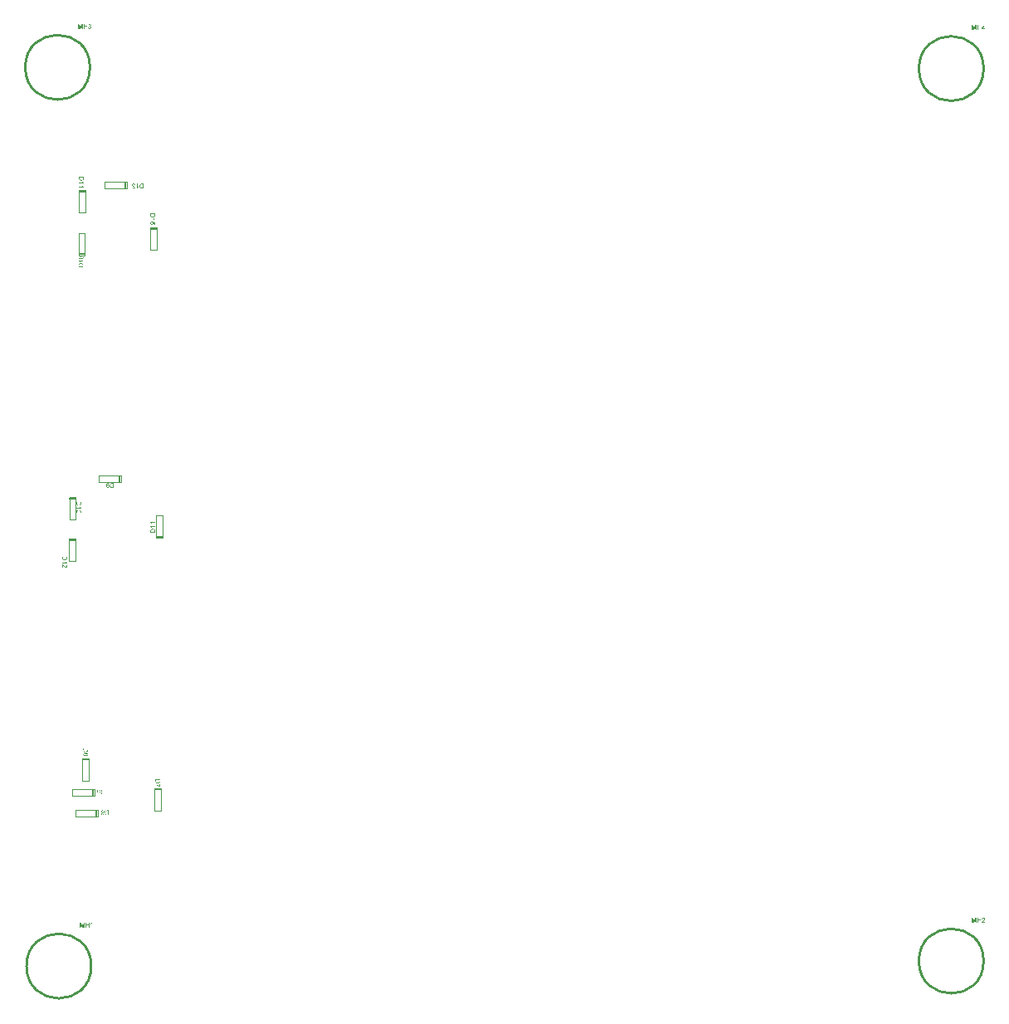
<source format=gbo>
G04*
G04 #@! TF.GenerationSoftware,Altium Limited,Altium Designer,22.5.1 (42)*
G04*
G04 Layer_Color=32896*
%FSLAX44Y44*%
%MOMM*%
G71*
G04*
G04 #@! TF.SameCoordinates,2ABD4F99-51B0-466E-819A-8B20F5DB8373*
G04*
G04*
G04 #@! TF.FilePolarity,Positive*
G04*
G01*
G75*
%ADD12C,0.2540*%
%ADD119C,0.0500*%
%ADD120R,0.2700X0.6604*%
%ADD121R,0.6604X0.2700*%
G36*
X151658Y84780D02*
X151580Y84668D01*
X151489Y84555D01*
X151405Y84457D01*
X151320Y84372D01*
X151257Y84302D01*
X151229Y84281D01*
X151208Y84260D01*
X151201Y84253D01*
X151194Y84246D01*
X151046Y84126D01*
X150898Y84013D01*
X150757Y83915D01*
X150617Y83837D01*
X150497Y83767D01*
X150448Y83739D01*
X150406Y83718D01*
X150370Y83697D01*
X150342Y83690D01*
X150328Y83676D01*
X150321D01*
Y83099D01*
X150427Y83141D01*
X150532Y83190D01*
X150638Y83239D01*
X150736Y83289D01*
X150821Y83331D01*
X150891Y83366D01*
X150933Y83394D01*
X150940Y83401D01*
X150947D01*
X151074Y83479D01*
X151187Y83556D01*
X151285Y83626D01*
X151362Y83690D01*
X151433Y83739D01*
X151475Y83781D01*
X151510Y83809D01*
X151517Y83816D01*
Y80010D01*
X152115D01*
Y84900D01*
X151728D01*
X151658Y84780D01*
D02*
G37*
G36*
X145220Y80010D02*
X145867D01*
Y82304D01*
X148386D01*
Y80010D01*
X149033D01*
Y84879D01*
X148386D01*
Y82881D01*
X145867D01*
Y84879D01*
X145220D01*
Y80010D01*
D02*
G37*
G36*
X139507D02*
X140126D01*
Y84154D01*
X141533Y80010D01*
X142110D01*
X143532Y84084D01*
Y80010D01*
X144151D01*
Y84879D01*
X143285D01*
X142117Y81488D01*
X142054Y81305D01*
X142005Y81150D01*
X141955Y81016D01*
X141920Y80904D01*
X141892Y80819D01*
X141871Y80756D01*
X141864Y80721D01*
X141857Y80707D01*
X141829Y80805D01*
X141794Y80918D01*
X141751Y81037D01*
X141716Y81157D01*
X141681Y81262D01*
X141653Y81347D01*
X141639Y81382D01*
X141632Y81403D01*
X141625Y81417D01*
Y81424D01*
X140471Y84879D01*
X139507D01*
Y80010D01*
D02*
G37*
G36*
X1061176Y89973D02*
X1061057Y89966D01*
X1060944Y89945D01*
X1060839Y89924D01*
X1060740Y89895D01*
X1060649Y89867D01*
X1060564Y89832D01*
X1060487Y89797D01*
X1060416Y89762D01*
X1060360Y89727D01*
X1060311Y89698D01*
X1060269Y89670D01*
X1060234Y89649D01*
X1060212Y89628D01*
X1060198Y89621D01*
X1060191Y89614D01*
X1060121Y89544D01*
X1060058Y89466D01*
X1059994Y89382D01*
X1059945Y89297D01*
X1059861Y89129D01*
X1059804Y88960D01*
X1059783Y88882D01*
X1059762Y88805D01*
X1059748Y88742D01*
X1059734Y88685D01*
X1059727Y88636D01*
Y88601D01*
X1059720Y88580D01*
Y88573D01*
X1060332Y88509D01*
X1060346Y88671D01*
X1060374Y88812D01*
X1060416Y88939D01*
X1060466Y89037D01*
X1060508Y89122D01*
X1060550Y89178D01*
X1060578Y89213D01*
X1060592Y89227D01*
X1060698Y89312D01*
X1060810Y89375D01*
X1060930Y89424D01*
X1061036Y89452D01*
X1061134Y89473D01*
X1061218Y89480D01*
X1061247Y89487D01*
X1061289D01*
X1061437Y89480D01*
X1061570Y89452D01*
X1061683Y89410D01*
X1061781Y89368D01*
X1061859Y89319D01*
X1061908Y89283D01*
X1061943Y89255D01*
X1061957Y89241D01*
X1062042Y89143D01*
X1062105Y89044D01*
X1062154Y88946D01*
X1062182Y88847D01*
X1062204Y88770D01*
X1062211Y88699D01*
X1062218Y88657D01*
Y88650D01*
Y88643D01*
X1062204Y88516D01*
X1062175Y88383D01*
X1062126Y88263D01*
X1062077Y88151D01*
X1062021Y88059D01*
X1061971Y87982D01*
X1061957Y87954D01*
X1061943Y87933D01*
X1061929Y87925D01*
Y87918D01*
X1061873Y87841D01*
X1061803Y87764D01*
X1061725Y87679D01*
X1061641Y87595D01*
X1061465Y87426D01*
X1061289Y87257D01*
X1061197Y87180D01*
X1061120Y87109D01*
X1061043Y87046D01*
X1060979Y86990D01*
X1060930Y86947D01*
X1060888Y86912D01*
X1060860Y86891D01*
X1060853Y86884D01*
X1060677Y86736D01*
X1060515Y86596D01*
X1060381Y86469D01*
X1060276Y86363D01*
X1060184Y86272D01*
X1060121Y86209D01*
X1060086Y86166D01*
X1060072Y86159D01*
Y86152D01*
X1059973Y86033D01*
X1059896Y85920D01*
X1059825Y85808D01*
X1059769Y85709D01*
X1059727Y85625D01*
X1059699Y85561D01*
X1059685Y85519D01*
X1059678Y85512D01*
Y85505D01*
X1059650Y85428D01*
X1059635Y85357D01*
X1059621Y85287D01*
X1059614Y85224D01*
X1059607Y85167D01*
Y85125D01*
Y85097D01*
Y85090D01*
X1062837D01*
Y85667D01*
X1060438D01*
X1060522Y85787D01*
X1060564Y85836D01*
X1060599Y85885D01*
X1060635Y85927D01*
X1060663Y85955D01*
X1060684Y85976D01*
X1060691Y85983D01*
X1060726Y86019D01*
X1060768Y86054D01*
X1060867Y86145D01*
X1060979Y86251D01*
X1061099Y86356D01*
X1061211Y86448D01*
X1061261Y86490D01*
X1061303Y86532D01*
X1061338Y86560D01*
X1061366Y86582D01*
X1061380Y86596D01*
X1061387Y86603D01*
X1061500Y86701D01*
X1061612Y86793D01*
X1061711Y86884D01*
X1061803Y86961D01*
X1061887Y87039D01*
X1061957Y87109D01*
X1062028Y87173D01*
X1062084Y87229D01*
X1062140Y87285D01*
X1062182Y87327D01*
X1062218Y87363D01*
X1062253Y87398D01*
X1062288Y87440D01*
X1062302Y87454D01*
X1062401Y87574D01*
X1062485Y87679D01*
X1062555Y87785D01*
X1062612Y87869D01*
X1062654Y87947D01*
X1062682Y88003D01*
X1062696Y88038D01*
X1062703Y88052D01*
X1062745Y88158D01*
X1062773Y88263D01*
X1062802Y88362D01*
X1062816Y88446D01*
X1062823Y88524D01*
X1062830Y88580D01*
Y88615D01*
Y88629D01*
X1062823Y88735D01*
X1062809Y88833D01*
X1062794Y88932D01*
X1062766Y89016D01*
X1062696Y89185D01*
X1062626Y89319D01*
X1062583Y89382D01*
X1062548Y89431D01*
X1062513Y89480D01*
X1062478Y89515D01*
X1062450Y89544D01*
X1062436Y89572D01*
X1062422Y89579D01*
X1062415Y89586D01*
X1062337Y89656D01*
X1062253Y89720D01*
X1062161Y89769D01*
X1062070Y89811D01*
X1061887Y89881D01*
X1061704Y89931D01*
X1061627Y89945D01*
X1061549Y89959D01*
X1061479Y89966D01*
X1061423Y89973D01*
X1061373Y89980D01*
X1061303D01*
X1061176Y89973D01*
D02*
G37*
G36*
X1055048Y85090D02*
X1055695D01*
Y87384D01*
X1058214D01*
Y85090D01*
X1058861D01*
Y89959D01*
X1058214D01*
Y87961D01*
X1055695D01*
Y89959D01*
X1055048D01*
Y85090D01*
D02*
G37*
G36*
X1049335D02*
X1049954D01*
Y89234D01*
X1051361Y85090D01*
X1051938D01*
X1053360Y89164D01*
Y85090D01*
X1053979D01*
Y89959D01*
X1053113D01*
X1051945Y86567D01*
X1051882Y86385D01*
X1051833Y86230D01*
X1051784Y86096D01*
X1051748Y85983D01*
X1051720Y85899D01*
X1051699Y85836D01*
X1051692Y85801D01*
X1051685Y85787D01*
X1051657Y85885D01*
X1051622Y85998D01*
X1051580Y86117D01*
X1051544Y86237D01*
X1051509Y86342D01*
X1051481Y86427D01*
X1051467Y86462D01*
X1051460Y86483D01*
X1051453Y86497D01*
Y86504D01*
X1050299Y89959D01*
X1049335D01*
Y85090D01*
D02*
G37*
G36*
X1055048Y995680D02*
X1055695D01*
Y997974D01*
X1058214D01*
Y995680D01*
X1058861D01*
Y1000549D01*
X1058214D01*
Y998551D01*
X1055695D01*
Y1000549D01*
X1055048D01*
Y995680D01*
D02*
G37*
G36*
X1049335D02*
X1049954D01*
Y999824D01*
X1051361Y995680D01*
X1051938D01*
X1053360Y999754D01*
Y995680D01*
X1053979D01*
Y1000549D01*
X1053113D01*
X1051945Y997158D01*
X1051882Y996975D01*
X1051833Y996820D01*
X1051784Y996686D01*
X1051748Y996573D01*
X1051720Y996489D01*
X1051699Y996426D01*
X1051692Y996391D01*
X1051685Y996376D01*
X1051657Y996475D01*
X1051622Y996588D01*
X1051580Y996707D01*
X1051544Y996827D01*
X1051509Y996932D01*
X1051481Y997017D01*
X1051467Y997052D01*
X1051460Y997073D01*
X1051453Y997087D01*
Y997094D01*
X1050299Y1000549D01*
X1049335D01*
Y995680D01*
D02*
G37*
G36*
X1059488Y997397D02*
Y996848D01*
X1061606D01*
Y995680D01*
X1062204D01*
Y996848D01*
X1062865D01*
Y997397D01*
X1062204D01*
Y1000549D01*
X1061718D01*
X1059488Y997397D01*
D02*
G37*
G36*
X149155Y1001826D02*
X148965Y1001791D01*
X148803Y1001734D01*
X148662Y1001678D01*
X148599Y1001643D01*
X148549Y1001615D01*
X148500Y1001587D01*
X148465Y1001558D01*
X148437Y1001537D01*
X148416Y1001523D01*
X148402Y1001516D01*
X148395Y1001509D01*
X148261Y1001376D01*
X148155Y1001228D01*
X148071Y1001073D01*
X148001Y1000918D01*
X147958Y1000785D01*
X147937Y1000728D01*
X147923Y1000679D01*
X147916Y1000637D01*
X147909Y1000609D01*
X147902Y1000587D01*
Y1000581D01*
X148500Y1000475D01*
X148528Y1000630D01*
X148570Y1000763D01*
X148620Y1000876D01*
X148669Y1000967D01*
X148718Y1001038D01*
X148760Y1001087D01*
X148789Y1001122D01*
X148796Y1001129D01*
X148887Y1001200D01*
X148986Y1001256D01*
X149077Y1001291D01*
X149169Y1001319D01*
X149253Y1001333D01*
X149316Y1001347D01*
X149373D01*
X149499Y1001340D01*
X149612Y1001312D01*
X149710Y1001277D01*
X149795Y1001242D01*
X149858Y1001200D01*
X149907Y1001164D01*
X149943Y1001136D01*
X149950Y1001129D01*
X150027Y1001045D01*
X150083Y1000953D01*
X150118Y1000862D01*
X150147Y1000778D01*
X150161Y1000700D01*
X150175Y1000644D01*
Y1000602D01*
Y1000594D01*
Y1000587D01*
Y1000510D01*
X150161Y1000440D01*
X150125Y1000320D01*
X150076Y1000215D01*
X150020Y1000123D01*
X149964Y1000060D01*
X149914Y1000011D01*
X149879Y999982D01*
X149872Y999975D01*
X149865D01*
X149746Y999912D01*
X149633Y999863D01*
X149513Y999828D01*
X149408Y999807D01*
X149316Y999792D01*
X149239Y999778D01*
X149148D01*
X149119Y999785D01*
X149084D01*
X149014Y999258D01*
X149105Y999279D01*
X149190Y999293D01*
X149260Y999307D01*
X149323Y999314D01*
X149373Y999321D01*
X149436D01*
X149584Y999307D01*
X149717Y999279D01*
X149837Y999237D01*
X149936Y999187D01*
X150013Y999138D01*
X150069Y999096D01*
X150104Y999068D01*
X150118Y999054D01*
X150210Y998948D01*
X150280Y998836D01*
X150330Y998723D01*
X150358Y998610D01*
X150379Y998519D01*
X150386Y998442D01*
X150393Y998413D01*
Y998392D01*
Y998378D01*
Y998371D01*
X150379Y998216D01*
X150344Y998076D01*
X150301Y997956D01*
X150245Y997851D01*
X150189Y997766D01*
X150147Y997703D01*
X150111Y997661D01*
X150097Y997646D01*
X149985Y997548D01*
X149865Y997478D01*
X149746Y997428D01*
X149633Y997393D01*
X149534Y997372D01*
X149457Y997365D01*
X149429Y997358D01*
X149387D01*
X149260Y997365D01*
X149140Y997393D01*
X149035Y997428D01*
X148951Y997471D01*
X148880Y997506D01*
X148824Y997541D01*
X148796Y997569D01*
X148782Y997576D01*
X148697Y997675D01*
X148627Y997787D01*
X148563Y997907D01*
X148514Y998034D01*
X148479Y998139D01*
X148465Y998188D01*
X148458Y998231D01*
X148451Y998266D01*
X148444Y998294D01*
X148437Y998308D01*
Y998315D01*
X147839Y998238D01*
X147853Y998125D01*
X147874Y998019D01*
X147937Y997822D01*
X148015Y997654D01*
X148057Y997583D01*
X148099Y997513D01*
X148141Y997449D01*
X148183Y997400D01*
X148219Y997351D01*
X148254Y997316D01*
X148275Y997288D01*
X148296Y997267D01*
X148310Y997253D01*
X148317Y997245D01*
X148402Y997182D01*
X148486Y997119D01*
X148570Y997070D01*
X148662Y997027D01*
X148838Y996957D01*
X149007Y996915D01*
X149084Y996901D01*
X149155Y996887D01*
X149218Y996880D01*
X149274Y996873D01*
X149316Y996866D01*
X149380D01*
X149513Y996873D01*
X149633Y996887D01*
X149753Y996908D01*
X149865Y996936D01*
X149971Y996971D01*
X150062Y997006D01*
X150154Y997048D01*
X150231Y997091D01*
X150308Y997126D01*
X150372Y997168D01*
X150428Y997203D01*
X150470Y997238D01*
X150505Y997267D01*
X150534Y997288D01*
X150548Y997302D01*
X150555Y997309D01*
X150639Y997393D01*
X150709Y997485D01*
X150773Y997576D01*
X150829Y997668D01*
X150871Y997752D01*
X150913Y997843D01*
X150970Y998012D01*
X150984Y998090D01*
X150998Y998160D01*
X151012Y998223D01*
X151019Y998280D01*
X151026Y998322D01*
Y998357D01*
Y998378D01*
Y998385D01*
X151019Y998554D01*
X150991Y998709D01*
X150949Y998843D01*
X150906Y998955D01*
X150864Y999047D01*
X150822Y999117D01*
X150794Y999159D01*
X150787Y999173D01*
X150688Y999279D01*
X150583Y999370D01*
X150470Y999441D01*
X150358Y999497D01*
X150259Y999539D01*
X150182Y999567D01*
X150154Y999574D01*
X150133Y999581D01*
X150118Y999588D01*
X150111D01*
X150231Y999652D01*
X150330Y999715D01*
X150414Y999785D01*
X150484Y999849D01*
X150541Y999905D01*
X150583Y999954D01*
X150604Y999982D01*
X150611Y999996D01*
X150667Y1000095D01*
X150709Y1000193D01*
X150745Y1000292D01*
X150766Y1000384D01*
X150780Y1000461D01*
X150787Y1000517D01*
Y1000559D01*
Y1000573D01*
X150780Y1000693D01*
X150759Y1000813D01*
X150730Y1000918D01*
X150695Y1001010D01*
X150660Y1001087D01*
X150632Y1001150D01*
X150611Y1001186D01*
X150604Y1001200D01*
X150534Y1001305D01*
X150449Y1001397D01*
X150365Y1001474D01*
X150280Y1001544D01*
X150210Y1001594D01*
X150147Y1001636D01*
X150104Y1001657D01*
X150097Y1001664D01*
X150090D01*
X149964Y1001720D01*
X149837Y1001762D01*
X149710Y1001798D01*
X149598Y1001819D01*
X149506Y1001833D01*
X149429Y1001840D01*
X149253D01*
X149155Y1001826D01*
D02*
G37*
G36*
X143188Y996950D02*
X143835D01*
Y999244D01*
X146354D01*
Y996950D01*
X147001D01*
Y1001819D01*
X146354D01*
Y999821D01*
X143835D01*
Y1001819D01*
X143188D01*
Y996950D01*
D02*
G37*
G36*
X137475D02*
X138094D01*
Y1001094D01*
X139501Y996950D01*
X140078D01*
X141500Y1001024D01*
Y996950D01*
X142119D01*
Y1001819D01*
X141253D01*
X140085Y998428D01*
X140022Y998245D01*
X139973Y998090D01*
X139923Y997956D01*
X139888Y997843D01*
X139860Y997759D01*
X139839Y997696D01*
X139832Y997661D01*
X139825Y997646D01*
X139797Y997745D01*
X139762Y997858D01*
X139719Y997977D01*
X139684Y998097D01*
X139649Y998202D01*
X139621Y998287D01*
X139607Y998322D01*
X139600Y998343D01*
X139593Y998357D01*
Y998364D01*
X138439Y1001819D01*
X137475D01*
Y996950D01*
D02*
G37*
G36*
X167733Y533333D02*
X167557Y533305D01*
X167395Y533256D01*
X167262Y533199D01*
X167205Y533178D01*
X167149Y533150D01*
X167107Y533122D01*
X167064Y533101D01*
X167036Y533087D01*
X167015Y533073D01*
X167001Y533059D01*
X166994D01*
X166853Y532939D01*
X166727Y532805D01*
X166628Y532665D01*
X166544Y532531D01*
X166474Y532411D01*
X166445Y532355D01*
X166424Y532313D01*
X166410Y532271D01*
X166396Y532243D01*
X166389Y532229D01*
Y532221D01*
X166354Y532116D01*
X166319Y531996D01*
X166269Y531757D01*
X166234Y531504D01*
X166213Y531264D01*
X166199Y531159D01*
X166192Y531054D01*
Y530962D01*
X166185Y530885D01*
Y530821D01*
Y530772D01*
Y530737D01*
Y530730D01*
Y530568D01*
X166192Y530413D01*
X166206Y530272D01*
X166220Y530139D01*
X166234Y530019D01*
X166248Y529907D01*
X166269Y529801D01*
X166291Y529710D01*
X166312Y529632D01*
X166326Y529562D01*
X166347Y529499D01*
X166361Y529449D01*
X166375Y529414D01*
X166389Y529386D01*
X166396Y529372D01*
Y529365D01*
X166481Y529196D01*
X166572Y529048D01*
X166677Y528922D01*
X166769Y528816D01*
X166861Y528739D01*
X166931Y528682D01*
X166959Y528661D01*
X166980Y528647D01*
X166987Y528633D01*
X166994D01*
X167142Y528549D01*
X167290Y528485D01*
X167437Y528436D01*
X167571Y528408D01*
X167691Y528387D01*
X167740Y528380D01*
X167775D01*
X167810Y528373D01*
X167860D01*
X167979Y528380D01*
X168092Y528394D01*
X168204Y528415D01*
X168303Y528443D01*
X168493Y528521D01*
X168577Y528556D01*
X168648Y528598D01*
X168718Y528647D01*
X168774Y528682D01*
X168831Y528725D01*
X168873Y528760D01*
X168908Y528788D01*
X168929Y528809D01*
X168943Y528823D01*
X168950Y528830D01*
X169028Y528915D01*
X169091Y529013D01*
X169154Y529105D01*
X169203Y529203D01*
X169246Y529309D01*
X169281Y529407D01*
X169330Y529590D01*
X169351Y529682D01*
X169365Y529759D01*
X169372Y529836D01*
X169379Y529900D01*
X169386Y529949D01*
Y529984D01*
Y530012D01*
Y530019D01*
X169379Y530153D01*
X169365Y530272D01*
X169351Y530392D01*
X169323Y530505D01*
X169288Y530603D01*
X169253Y530702D01*
X169217Y530786D01*
X169175Y530863D01*
X169140Y530934D01*
X169105Y530997D01*
X169070Y531046D01*
X169035Y531096D01*
X169006Y531131D01*
X168992Y531152D01*
X168978Y531166D01*
X168971Y531173D01*
X168894Y531250D01*
X168809Y531314D01*
X168725Y531377D01*
X168633Y531426D01*
X168549Y531469D01*
X168465Y531504D01*
X168303Y531553D01*
X168232Y531574D01*
X168162Y531588D01*
X168106Y531595D01*
X168050Y531602D01*
X168007Y531609D01*
X167951D01*
X167817Y531602D01*
X167691Y531581D01*
X167578Y531553D01*
X167473Y531518D01*
X167395Y531490D01*
X167332Y531461D01*
X167290Y531440D01*
X167276Y531433D01*
X167163Y531363D01*
X167064Y531286D01*
X166980Y531208D01*
X166910Y531138D01*
X166861Y531068D01*
X166818Y531018D01*
X166790Y530983D01*
X166783Y530969D01*
Y531025D01*
Y531060D01*
Y531082D01*
Y531089D01*
X166790Y531229D01*
X166797Y531363D01*
X166811Y531483D01*
X166825Y531595D01*
X166846Y531687D01*
X166861Y531757D01*
X166868Y531785D01*
Y531806D01*
X166875Y531813D01*
Y531820D01*
X166910Y531947D01*
X166945Y532060D01*
X166980Y532158D01*
X167015Y532243D01*
X167043Y532306D01*
X167071Y532355D01*
X167086Y532390D01*
X167093Y532397D01*
X167149Y532475D01*
X167205Y532538D01*
X167262Y532594D01*
X167318Y532644D01*
X167360Y532686D01*
X167402Y532714D01*
X167430Y532728D01*
X167437Y532735D01*
X167515Y532777D01*
X167599Y532805D01*
X167677Y532826D01*
X167754Y532841D01*
X167817Y532848D01*
X167867Y532855D01*
X167916D01*
X168028Y532848D01*
X168134Y532826D01*
X168225Y532798D01*
X168303Y532763D01*
X168359Y532735D01*
X168408Y532707D01*
X168437Y532686D01*
X168444Y532679D01*
X168514Y532601D01*
X168570Y532510D01*
X168619Y532411D01*
X168655Y532313D01*
X168683Y532229D01*
X168704Y532151D01*
X168711Y532123D01*
Y532109D01*
X168718Y532095D01*
Y532088D01*
X169295Y532137D01*
X169253Y532341D01*
X169196Y532517D01*
X169126Y532672D01*
X169056Y532798D01*
X168985Y532897D01*
X168950Y532939D01*
X168922Y532974D01*
X168901Y532995D01*
X168880Y533017D01*
X168873Y533023D01*
X168866Y533031D01*
X168795Y533087D01*
X168718Y533136D01*
X168563Y533214D01*
X168408Y533270D01*
X168261Y533305D01*
X168127Y533333D01*
X168071Y533340D01*
X168021D01*
X167986Y533347D01*
X167930D01*
X167733Y533333D01*
D02*
G37*
G36*
X172137Y533256D02*
X171990Y533249D01*
X171856Y533235D01*
X171743Y533220D01*
X171645Y533206D01*
X171574Y533199D01*
X171553Y533192D01*
X171532Y533185D01*
X171518D01*
X171392Y533150D01*
X171279Y533108D01*
X171180Y533073D01*
X171096Y533031D01*
X171026Y532995D01*
X170976Y532967D01*
X170948Y532946D01*
X170934Y532939D01*
X170843Y532876D01*
X170765Y532798D01*
X170688Y532728D01*
X170625Y532658D01*
X170568Y532594D01*
X170526Y532545D01*
X170498Y532510D01*
X170491Y532496D01*
X170421Y532383D01*
X170350Y532264D01*
X170294Y532151D01*
X170252Y532038D01*
X170210Y531940D01*
X170181Y531863D01*
X170174Y531834D01*
X170167Y531813D01*
X170160Y531799D01*
Y531792D01*
X170118Y531623D01*
X170083Y531455D01*
X170062Y531293D01*
X170041Y531138D01*
X170034Y531004D01*
Y530948D01*
X170027Y530899D01*
Y530863D01*
Y530828D01*
Y530814D01*
Y530807D01*
X170034Y530568D01*
X170055Y530350D01*
X170090Y530153D01*
X170104Y530061D01*
X170125Y529984D01*
X170146Y529907D01*
X170160Y529843D01*
X170174Y529787D01*
X170195Y529738D01*
X170203Y529696D01*
X170217Y529667D01*
X170224Y529653D01*
Y529646D01*
X170301Y529463D01*
X170392Y529302D01*
X170491Y529161D01*
X170582Y529041D01*
X170667Y528943D01*
X170737Y528872D01*
X170765Y528851D01*
X170786Y528830D01*
X170793Y528823D01*
X170800Y528816D01*
X170913Y528725D01*
X171033Y528654D01*
X171152Y528591D01*
X171265Y528542D01*
X171363Y528507D01*
X171441Y528485D01*
X171469Y528471D01*
X171490D01*
X171504Y528464D01*
X171511D01*
X171631Y528443D01*
X171772Y528422D01*
X171912Y528408D01*
X172053Y528401D01*
X172180Y528394D01*
X174051D01*
Y533263D01*
X172299D01*
X172137Y533256D01*
D02*
G37*
G36*
X135834Y512538D02*
X135841Y512376D01*
X135848Y512229D01*
X135863Y512095D01*
X135877Y511982D01*
X135891Y511884D01*
X135898Y511813D01*
X135905Y511792D01*
X135912Y511771D01*
Y511757D01*
X135947Y511631D01*
X135989Y511518D01*
X136024Y511419D01*
X136067Y511335D01*
X136102Y511265D01*
X136130Y511215D01*
X136151Y511187D01*
X136158Y511173D01*
X136221Y511082D01*
X136299Y511004D01*
X136369Y510927D01*
X136439Y510864D01*
X136503Y510807D01*
X136552Y510765D01*
X136587Y510737D01*
X136601Y510730D01*
X136714Y510659D01*
X136833Y510589D01*
X136946Y510533D01*
X137059Y510491D01*
X137157Y510448D01*
X137234Y510420D01*
X137263Y510413D01*
X137284Y510406D01*
X137298Y510399D01*
X137305D01*
X137474Y510357D01*
X137642Y510322D01*
X137804Y510301D01*
X137959Y510280D01*
X138093Y510273D01*
X138149D01*
X138198Y510266D01*
X138234D01*
X138269D01*
X138283D01*
X138290D01*
X138529Y510273D01*
X138747Y510294D01*
X138944Y510329D01*
X139036Y510343D01*
X139113Y510364D01*
X139190Y510385D01*
X139254Y510399D01*
X139310Y510413D01*
X139359Y510434D01*
X139402Y510441D01*
X139430Y510456D01*
X139444Y510462D01*
X139451D01*
X139634Y510540D01*
X139796Y510631D01*
X139936Y510730D01*
X140056Y510821D01*
X140154Y510906D01*
X140225Y510976D01*
X140246Y511004D01*
X140267Y511025D01*
X140274Y511032D01*
X140281Y511040D01*
X140372Y511152D01*
X140443Y511272D01*
X140506Y511391D01*
X140555Y511504D01*
X140590Y511602D01*
X140612Y511680D01*
X140626Y511708D01*
Y511729D01*
X140633Y511743D01*
Y511750D01*
X140654Y511870D01*
X140675Y512010D01*
X140689Y512151D01*
X140696Y512292D01*
X140703Y512419D01*
Y514290D01*
X135834D01*
Y512538D01*
D02*
G37*
G36*
X138965Y509062D02*
X139015Y508957D01*
X139064Y508851D01*
X139113Y508753D01*
X139155Y508668D01*
X139190Y508598D01*
X139219Y508556D01*
X139226Y508549D01*
Y508542D01*
X139303Y508415D01*
X139380Y508302D01*
X139451Y508204D01*
X139514Y508127D01*
X139563Y508056D01*
X139606Y508014D01*
X139634Y507979D01*
X139641Y507972D01*
X135834D01*
Y507374D01*
X140724D01*
Y507761D01*
X140605Y507831D01*
X140492Y507909D01*
X140379Y508000D01*
X140281Y508084D01*
X140197Y508169D01*
X140126Y508232D01*
X140105Y508260D01*
X140084Y508281D01*
X140077Y508288D01*
X140070Y508296D01*
X139950Y508443D01*
X139838Y508591D01*
X139739Y508732D01*
X139662Y508872D01*
X139592Y508992D01*
X139563Y509041D01*
X139542Y509084D01*
X139521Y509119D01*
X139514Y509147D01*
X139500Y509161D01*
Y509168D01*
X138923D01*
X138965Y509062D01*
D02*
G37*
G36*
X137987Y505833D02*
X137755Y505819D01*
X137544Y505798D01*
X137347Y505763D01*
X137164Y505727D01*
X137002Y505685D01*
X136854Y505643D01*
X136728Y505601D01*
X136615Y505559D01*
X136517Y505509D01*
X136432Y505474D01*
X136369Y505439D01*
X136313Y505404D01*
X136278Y505383D01*
X136257Y505369D01*
X136250Y505362D01*
X136165Y505284D01*
X136088Y505200D01*
X136017Y505108D01*
X135961Y505017D01*
X135912Y504925D01*
X135870Y504834D01*
X135841Y504742D01*
X135813Y504658D01*
X135792Y504574D01*
X135778Y504496D01*
X135764Y504426D01*
X135757Y504370D01*
X135750Y504320D01*
Y504250D01*
X135764Y504060D01*
X135792Y503884D01*
X135841Y503736D01*
X135891Y503610D01*
X135940Y503504D01*
X135968Y503469D01*
X135989Y503434D01*
X136003Y503406D01*
X136017Y503385D01*
X136031Y503377D01*
Y503370D01*
X136151Y503244D01*
X136278Y503138D01*
X136418Y503047D01*
X136545Y502976D01*
X136665Y502920D01*
X136714Y502892D01*
X136763Y502878D01*
X136798Y502864D01*
X136826Y502850D01*
X136840Y502843D01*
X136847D01*
X136953Y502808D01*
X137059Y502779D01*
X137284Y502737D01*
X137516Y502702D01*
X137741Y502681D01*
X137840Y502674D01*
X137931Y502667D01*
X138015D01*
X138093Y502660D01*
X138149D01*
X138198D01*
X138226D01*
X138234D01*
X138367D01*
X138494Y502667D01*
X138607D01*
X138719Y502674D01*
X138818Y502688D01*
X138916Y502695D01*
X139001Y502702D01*
X139078Y502716D01*
X139148Y502723D01*
X139212Y502737D01*
X139261Y502744D01*
X139303Y502751D01*
X139338Y502758D01*
X139359Y502765D01*
X139373Y502772D01*
X139380D01*
X139535Y502815D01*
X139676Y502864D01*
X139796Y502920D01*
X139901Y502962D01*
X139993Y503012D01*
X140056Y503040D01*
X140091Y503068D01*
X140105Y503075D01*
X140211Y503152D01*
X140302Y503230D01*
X140379Y503314D01*
X140450Y503392D01*
X140499Y503462D01*
X140534Y503518D01*
X140555Y503553D01*
X140562Y503560D01*
Y503567D01*
X140619Y503680D01*
X140654Y503800D01*
X140682Y503912D01*
X140703Y504018D01*
X140717Y504109D01*
X140724Y504187D01*
Y504250D01*
X140710Y504440D01*
X140682Y504616D01*
X140633Y504763D01*
X140583Y504890D01*
X140527Y504996D01*
X140506Y505038D01*
X140478Y505073D01*
X140464Y505101D01*
X140450Y505122D01*
X140436Y505129D01*
Y505136D01*
X140323Y505263D01*
X140190Y505369D01*
X140056Y505460D01*
X139929Y505530D01*
X139810Y505587D01*
X139760Y505615D01*
X139711Y505629D01*
X139676Y505643D01*
X139648Y505657D01*
X139634Y505664D01*
X139627D01*
X139521Y505692D01*
X139416Y505720D01*
X139183Y505763D01*
X138951Y505798D01*
X138733Y505819D01*
X138628Y505826D01*
X138536Y505833D01*
X138452D01*
X138374Y505840D01*
X138318D01*
X138269D01*
X138241D01*
X138234D01*
X137987Y505833D01*
D02*
G37*
G36*
X211230Y492944D02*
X211350Y492874D01*
X211462Y492797D01*
X211575Y492705D01*
X211673Y492621D01*
X211758Y492536D01*
X211828Y492473D01*
X211849Y492445D01*
X211870Y492424D01*
X211877Y492417D01*
X211884Y492410D01*
X212004Y492262D01*
X212117Y492114D01*
X212215Y491974D01*
X212292Y491833D01*
X212363Y491713D01*
X212391Y491664D01*
X212412Y491622D01*
X212433Y491587D01*
X212440Y491558D01*
X212454Y491544D01*
Y491537D01*
X213031D01*
X212989Y491643D01*
X212940Y491748D01*
X212891Y491854D01*
X212841Y491953D01*
X212799Y492037D01*
X212764Y492107D01*
X212736Y492150D01*
X212729Y492156D01*
Y492164D01*
X212651Y492290D01*
X212574Y492403D01*
X212504Y492501D01*
X212440Y492579D01*
X212391Y492649D01*
X212349Y492691D01*
X212321Y492726D01*
X212314Y492733D01*
X216120D01*
Y493331D01*
X211230D01*
Y492944D01*
D02*
G37*
G36*
Y489159D02*
X211350Y489089D01*
X211462Y489011D01*
X211575Y488920D01*
X211673Y488836D01*
X211758Y488751D01*
X211828Y488688D01*
X211849Y488660D01*
X211870Y488639D01*
X211877Y488632D01*
X211884Y488624D01*
X212004Y488477D01*
X212117Y488329D01*
X212215Y488188D01*
X212292Y488048D01*
X212363Y487928D01*
X212391Y487879D01*
X212412Y487836D01*
X212433Y487801D01*
X212440Y487773D01*
X212454Y487759D01*
Y487752D01*
X213031D01*
X212989Y487858D01*
X212940Y487963D01*
X212891Y488069D01*
X212841Y488167D01*
X212799Y488252D01*
X212764Y488322D01*
X212736Y488364D01*
X212729Y488371D01*
Y488378D01*
X212651Y488505D01*
X212574Y488618D01*
X212504Y488716D01*
X212440Y488793D01*
X212391Y488864D01*
X212349Y488906D01*
X212321Y488941D01*
X212314Y488948D01*
X216120D01*
Y489546D01*
X211230D01*
Y489159D01*
D02*
G37*
G36*
X213425Y486647D02*
X213207Y486626D01*
X213010Y486591D01*
X212919Y486577D01*
X212841Y486556D01*
X212764Y486535D01*
X212701Y486521D01*
X212644Y486507D01*
X212595Y486486D01*
X212553Y486479D01*
X212525Y486465D01*
X212511Y486457D01*
X212504D01*
X212321Y486380D01*
X212159Y486289D01*
X212018Y486190D01*
X211898Y486099D01*
X211800Y486014D01*
X211730Y485944D01*
X211709Y485916D01*
X211687Y485895D01*
X211680Y485888D01*
X211673Y485881D01*
X211582Y485768D01*
X211511Y485648D01*
X211448Y485529D01*
X211399Y485416D01*
X211364Y485318D01*
X211343Y485240D01*
X211329Y485212D01*
Y485191D01*
X211322Y485177D01*
Y485170D01*
X211301Y485050D01*
X211279Y484910D01*
X211265Y484769D01*
X211258Y484628D01*
X211251Y484501D01*
Y482630D01*
X216120D01*
Y484382D01*
X216113Y484544D01*
X216106Y484692D01*
X216092Y484825D01*
X216078Y484938D01*
X216064Y485036D01*
X216057Y485107D01*
X216050Y485128D01*
X216043Y485149D01*
Y485163D01*
X216007Y485290D01*
X215965Y485402D01*
X215930Y485501D01*
X215888Y485585D01*
X215853Y485655D01*
X215825Y485705D01*
X215803Y485733D01*
X215796Y485747D01*
X215733Y485838D01*
X215656Y485916D01*
X215585Y485993D01*
X215515Y486057D01*
X215452Y486113D01*
X215402Y486155D01*
X215367Y486183D01*
X215353Y486190D01*
X215240Y486260D01*
X215121Y486331D01*
X215008Y486387D01*
X214896Y486429D01*
X214797Y486472D01*
X214720Y486500D01*
X214692Y486507D01*
X214671Y486514D01*
X214657Y486521D01*
X214650D01*
X214481Y486563D01*
X214312Y486598D01*
X214150Y486619D01*
X213995Y486640D01*
X213862Y486647D01*
X213805D01*
X213756Y486655D01*
X213721D01*
X213686D01*
X213671D01*
X213664D01*
X213425Y486647D01*
D02*
G37*
G36*
X121568Y456807D02*
X121575Y456645D01*
X121582Y456497D01*
X121596Y456364D01*
X121610Y456251D01*
X121624Y456153D01*
X121631Y456082D01*
X121638Y456061D01*
X121646Y456040D01*
Y456026D01*
X121681Y455900D01*
X121723Y455787D01*
X121758Y455688D01*
X121800Y455604D01*
X121835Y455534D01*
X121864Y455484D01*
X121885Y455456D01*
X121892Y455442D01*
X121955Y455351D01*
X122032Y455273D01*
X122103Y455196D01*
X122173Y455133D01*
X122237Y455076D01*
X122286Y455034D01*
X122321Y455006D01*
X122335Y454999D01*
X122448Y454929D01*
X122567Y454858D01*
X122680Y454802D01*
X122792Y454760D01*
X122891Y454717D01*
X122968Y454689D01*
X122996Y454682D01*
X123018Y454675D01*
X123032Y454668D01*
X123039D01*
X123208Y454626D01*
X123376Y454591D01*
X123538Y454570D01*
X123693Y454549D01*
X123827Y454542D01*
X123883D01*
X123932Y454534D01*
X123967D01*
X124003D01*
X124017D01*
X124024D01*
X124263Y454542D01*
X124481Y454563D01*
X124678Y454598D01*
X124769Y454612D01*
X124847Y454633D01*
X124924Y454654D01*
X124988Y454668D01*
X125044Y454682D01*
X125093Y454703D01*
X125135Y454710D01*
X125163Y454725D01*
X125177Y454732D01*
X125185D01*
X125367Y454809D01*
X125529Y454900D01*
X125670Y454999D01*
X125790Y455090D01*
X125888Y455175D01*
X125958Y455245D01*
X125980Y455273D01*
X126001Y455294D01*
X126008Y455302D01*
X126015Y455308D01*
X126106Y455421D01*
X126177Y455541D01*
X126240Y455660D01*
X126289Y455773D01*
X126324Y455871D01*
X126346Y455949D01*
X126360Y455977D01*
Y455998D01*
X126367Y456012D01*
Y456019D01*
X126388Y456139D01*
X126409Y456279D01*
X126423Y456420D01*
X126430Y456561D01*
X126437Y456688D01*
Y458559D01*
X121568D01*
Y456807D01*
D02*
G37*
G36*
X124699Y453331D02*
X124748Y453226D01*
X124798Y453120D01*
X124847Y453022D01*
X124889Y452937D01*
X124924Y452867D01*
X124952Y452825D01*
X124959Y452818D01*
Y452811D01*
X125037Y452684D01*
X125114Y452572D01*
X125185Y452473D01*
X125248Y452396D01*
X125297Y452325D01*
X125339Y452283D01*
X125367Y452248D01*
X125374Y452241D01*
X121568D01*
Y451643D01*
X126458D01*
Y452030D01*
X126338Y452100D01*
X126226Y452178D01*
X126113Y452269D01*
X126015Y452354D01*
X125930Y452438D01*
X125860Y452501D01*
X125839Y452529D01*
X125818Y452551D01*
X125811Y452557D01*
X125804Y452565D01*
X125684Y452712D01*
X125571Y452860D01*
X125473Y453001D01*
X125396Y453142D01*
X125325Y453261D01*
X125297Y453310D01*
X125276Y453353D01*
X125255Y453388D01*
X125248Y453416D01*
X125234Y453430D01*
Y453437D01*
X124657D01*
X124699Y453331D01*
D02*
G37*
G36*
X121568Y446964D02*
X122145D01*
Y449363D01*
X122265Y449279D01*
X122314Y449237D01*
X122363Y449201D01*
X122405Y449166D01*
X122434Y449138D01*
X122455Y449117D01*
X122462Y449110D01*
X122497Y449075D01*
X122532Y449033D01*
X122624Y448934D01*
X122729Y448821D01*
X122835Y448702D01*
X122926Y448589D01*
X122968Y448540D01*
X123011Y448498D01*
X123039Y448463D01*
X123060Y448434D01*
X123074Y448420D01*
X123081Y448413D01*
X123179Y448301D01*
X123271Y448188D01*
X123362Y448090D01*
X123440Y447998D01*
X123517Y447914D01*
X123587Y447844D01*
X123651Y447773D01*
X123707Y447717D01*
X123763Y447661D01*
X123806Y447618D01*
X123841Y447583D01*
X123876Y447548D01*
X123918Y447513D01*
X123932Y447499D01*
X124052Y447400D01*
X124157Y447316D01*
X124263Y447245D01*
X124347Y447189D01*
X124425Y447147D01*
X124481Y447119D01*
X124516Y447105D01*
X124530Y447098D01*
X124636Y447056D01*
X124741Y447027D01*
X124840Y446999D01*
X124924Y446985D01*
X125002Y446978D01*
X125058Y446971D01*
X125093D01*
X125107D01*
X125213Y446978D01*
X125311Y446992D01*
X125410Y447006D01*
X125494Y447034D01*
X125663Y447105D01*
X125797Y447175D01*
X125860Y447217D01*
X125909Y447253D01*
X125958Y447288D01*
X125994Y447323D01*
X126022Y447351D01*
X126050Y447365D01*
X126057Y447379D01*
X126064Y447386D01*
X126134Y447464D01*
X126198Y447548D01*
X126247Y447640D01*
X126289Y447731D01*
X126360Y447914D01*
X126409Y448097D01*
X126423Y448174D01*
X126437Y448252D01*
X126444Y448322D01*
X126451Y448378D01*
X126458Y448428D01*
Y448498D01*
X126451Y448624D01*
X126444Y448744D01*
X126423Y448857D01*
X126402Y448962D01*
X126374Y449061D01*
X126346Y449152D01*
X126310Y449237D01*
X126275Y449314D01*
X126240Y449384D01*
X126205Y449441D01*
X126177Y449490D01*
X126149Y449532D01*
X126127Y449567D01*
X126106Y449588D01*
X126099Y449603D01*
X126092Y449609D01*
X126022Y449680D01*
X125944Y449743D01*
X125860Y449807D01*
X125776Y449856D01*
X125607Y449940D01*
X125438Y449996D01*
X125360Y450018D01*
X125283Y450039D01*
X125220Y450053D01*
X125163Y450067D01*
X125114Y450074D01*
X125079D01*
X125058Y450081D01*
X125051D01*
X124988Y449469D01*
X125149Y449455D01*
X125290Y449427D01*
X125417Y449384D01*
X125515Y449335D01*
X125600Y449293D01*
X125656Y449251D01*
X125691Y449222D01*
X125705Y449208D01*
X125790Y449103D01*
X125853Y448990D01*
X125902Y448871D01*
X125930Y448765D01*
X125951Y448667D01*
X125958Y448582D01*
X125965Y448554D01*
Y448512D01*
X125958Y448364D01*
X125930Y448231D01*
X125888Y448118D01*
X125846Y448019D01*
X125797Y447942D01*
X125761Y447893D01*
X125733Y447858D01*
X125719Y447844D01*
X125621Y447759D01*
X125522Y447696D01*
X125424Y447646D01*
X125325Y447618D01*
X125248Y447597D01*
X125177Y447590D01*
X125135Y447583D01*
X125128D01*
X125121D01*
X124995Y447597D01*
X124861Y447625D01*
X124741Y447675D01*
X124629Y447724D01*
X124537Y447780D01*
X124460Y447829D01*
X124432Y447844D01*
X124411Y447858D01*
X124404Y447872D01*
X124397D01*
X124319Y447928D01*
X124242Y447998D01*
X124157Y448076D01*
X124073Y448160D01*
X123904Y448336D01*
X123735Y448512D01*
X123658Y448603D01*
X123587Y448681D01*
X123524Y448758D01*
X123468Y448821D01*
X123426Y448871D01*
X123390Y448913D01*
X123369Y448941D01*
X123362Y448948D01*
X123215Y449124D01*
X123074Y449286D01*
X122947Y449420D01*
X122842Y449525D01*
X122750Y449617D01*
X122687Y449680D01*
X122645Y449715D01*
X122638Y449729D01*
X122631D01*
X122511Y449828D01*
X122398Y449905D01*
X122286Y449975D01*
X122187Y450032D01*
X122103Y450074D01*
X122040Y450102D01*
X121997Y450116D01*
X121990Y450123D01*
X121983D01*
X121906Y450151D01*
X121835Y450165D01*
X121765Y450179D01*
X121702Y450186D01*
X121646Y450193D01*
X121603D01*
X121575D01*
X121568D01*
Y446964D01*
D02*
G37*
G36*
X216575Y229358D02*
X216582Y229196D01*
X216589Y229049D01*
X216603Y228915D01*
X216617Y228802D01*
X216631Y228704D01*
X216638Y228633D01*
X216645Y228612D01*
X216652Y228591D01*
Y228577D01*
X216687Y228450D01*
X216730Y228338D01*
X216765Y228239D01*
X216807Y228155D01*
X216842Y228085D01*
X216870Y228035D01*
X216891Y228007D01*
X216898Y227993D01*
X216962Y227902D01*
X217039Y227824D01*
X217109Y227747D01*
X217180Y227684D01*
X217243Y227627D01*
X217292Y227585D01*
X217327Y227557D01*
X217342Y227550D01*
X217454Y227479D01*
X217574Y227409D01*
X217686Y227353D01*
X217799Y227311D01*
X217897Y227268D01*
X217975Y227240D01*
X218003Y227233D01*
X218024Y227226D01*
X218038Y227219D01*
X218045D01*
X218214Y227177D01*
X218383Y227142D01*
X218545Y227121D01*
X218699Y227100D01*
X218833Y227092D01*
X218890D01*
X218939Y227085D01*
X218974D01*
X219009D01*
X219023D01*
X219030D01*
X219269Y227092D01*
X219487Y227114D01*
X219685Y227149D01*
X219776Y227163D01*
X219853Y227184D01*
X219931Y227205D01*
X219994Y227219D01*
X220050Y227233D01*
X220100Y227254D01*
X220142Y227261D01*
X220170Y227276D01*
X220184Y227283D01*
X220191D01*
X220374Y227360D01*
X220536Y227451D01*
X220676Y227550D01*
X220796Y227641D01*
X220895Y227726D01*
X220965Y227796D01*
X220986Y227824D01*
X221007Y227845D01*
X221014Y227852D01*
X221021Y227859D01*
X221113Y227972D01*
X221183Y228092D01*
X221246Y228211D01*
X221296Y228324D01*
X221331Y228422D01*
X221352Y228500D01*
X221366Y228528D01*
Y228549D01*
X221373Y228563D01*
Y228570D01*
X221394Y228690D01*
X221415Y228830D01*
X221429Y228971D01*
X221436Y229112D01*
X221443Y229238D01*
Y231110D01*
X216575D01*
Y229358D01*
D02*
G37*
G36*
X220803Y224018D02*
X220599Y224187D01*
X220381Y224349D01*
X220170Y224489D01*
X219966Y224623D01*
X219874Y224679D01*
X219790Y224729D01*
X219713Y224778D01*
X219649Y224813D01*
X219593Y224841D01*
X219558Y224862D01*
X219530Y224876D01*
X219523Y224883D01*
X219241Y225024D01*
X218960Y225151D01*
X218692Y225256D01*
X218573Y225298D01*
X218453Y225341D01*
X218348Y225383D01*
X218249Y225411D01*
X218165Y225439D01*
X218094Y225460D01*
X218031Y225481D01*
X217989Y225495D01*
X217961Y225502D01*
X217954D01*
X217665Y225573D01*
X217525Y225601D01*
X217398Y225622D01*
X217278Y225643D01*
X217159Y225664D01*
X217060Y225678D01*
X216962Y225692D01*
X216877Y225699D01*
X216800Y225707D01*
X216730Y225714D01*
X216673D01*
X216631Y225721D01*
X216603D01*
X216582D01*
X216575D01*
Y225108D01*
X216842Y225087D01*
X217088Y225052D01*
X217313Y225017D01*
X217419Y224996D01*
X217518Y224975D01*
X217602Y224961D01*
X217679Y224940D01*
X217750Y224925D01*
X217806Y224911D01*
X217848Y224897D01*
X217883Y224890D01*
X217904Y224883D01*
X217911D01*
X218235Y224778D01*
X218538Y224665D01*
X218685Y224609D01*
X218826Y224553D01*
X218953Y224489D01*
X219079Y224433D01*
X219192Y224384D01*
X219291Y224335D01*
X219375Y224292D01*
X219452Y224257D01*
X219516Y224222D01*
X219558Y224201D01*
X219586Y224187D01*
X219593Y224180D01*
X219741Y224095D01*
X219888Y224011D01*
X220022Y223926D01*
X220149Y223842D01*
X220261Y223765D01*
X220374Y223687D01*
X220473Y223610D01*
X220557Y223547D01*
X220641Y223483D01*
X220712Y223427D01*
X220768Y223371D01*
X220817Y223328D01*
X220860Y223300D01*
X220888Y223272D01*
X220902Y223258D01*
X220909Y223251D01*
X221380D01*
Y226403D01*
X220803D01*
Y224018D01*
D02*
G37*
G36*
X167027Y199500D02*
X166880Y199493D01*
X166746Y199479D01*
X166633Y199464D01*
X166535Y199450D01*
X166464Y199443D01*
X166443Y199436D01*
X166422Y199429D01*
X166408D01*
X166282Y199394D01*
X166169Y199352D01*
X166070Y199317D01*
X165986Y199275D01*
X165916Y199239D01*
X165866Y199211D01*
X165838Y199190D01*
X165824Y199183D01*
X165733Y199120D01*
X165655Y199042D01*
X165578Y198972D01*
X165515Y198902D01*
X165458Y198838D01*
X165416Y198789D01*
X165388Y198754D01*
X165381Y198740D01*
X165311Y198627D01*
X165240Y198508D01*
X165184Y198395D01*
X165142Y198283D01*
X165100Y198184D01*
X165071Y198107D01*
X165064Y198078D01*
X165057Y198057D01*
X165050Y198043D01*
Y198036D01*
X165008Y197867D01*
X164973Y197698D01*
X164952Y197537D01*
X164931Y197382D01*
X164924Y197248D01*
Y197192D01*
X164917Y197143D01*
Y197108D01*
Y197072D01*
Y197058D01*
Y197051D01*
X164924Y196812D01*
X164945Y196594D01*
X164980Y196397D01*
X164994Y196305D01*
X165015Y196228D01*
X165036Y196151D01*
X165050Y196087D01*
X165064Y196031D01*
X165085Y195982D01*
X165093Y195940D01*
X165107Y195911D01*
X165114Y195897D01*
Y195890D01*
X165191Y195707D01*
X165282Y195546D01*
X165381Y195405D01*
X165472Y195285D01*
X165557Y195187D01*
X165627Y195116D01*
X165655Y195095D01*
X165676Y195074D01*
X165683Y195067D01*
X165690Y195060D01*
X165803Y194969D01*
X165923Y194898D01*
X166042Y194835D01*
X166155Y194786D01*
X166253Y194750D01*
X166331Y194729D01*
X166359Y194715D01*
X166380D01*
X166394Y194708D01*
X166401D01*
X166521Y194687D01*
X166661Y194666D01*
X166802Y194652D01*
X166943Y194645D01*
X167069Y194638D01*
X168941D01*
Y199507D01*
X167189D01*
X167027Y199500D01*
D02*
G37*
G36*
X162546Y199584D02*
X162426Y199570D01*
X162306Y199549D01*
X162194Y199528D01*
X162095Y199493D01*
X161997Y199457D01*
X161905Y199422D01*
X161828Y199380D01*
X161758Y199338D01*
X161694Y199303D01*
X161645Y199268D01*
X161596Y199232D01*
X161560Y199211D01*
X161539Y199190D01*
X161525Y199176D01*
X161518Y199169D01*
X161441Y199085D01*
X161371Y199000D01*
X161314Y198916D01*
X161265Y198824D01*
X161216Y198740D01*
X161181Y198648D01*
X161131Y198486D01*
X161110Y198409D01*
X161096Y198339D01*
X161089Y198275D01*
X161082Y198226D01*
X161075Y198184D01*
Y198149D01*
Y198128D01*
Y198121D01*
X161082Y197959D01*
X161110Y197811D01*
X161152Y197677D01*
X161195Y197565D01*
X161237Y197473D01*
X161279Y197403D01*
X161307Y197361D01*
X161314Y197354D01*
Y197347D01*
X161413Y197234D01*
X161518Y197136D01*
X161631Y197058D01*
X161736Y196988D01*
X161835Y196939D01*
X161919Y196903D01*
X161947Y196889D01*
X161969Y196882D01*
X161983Y196875D01*
X161990D01*
X161863Y196819D01*
X161758Y196756D01*
X161666Y196692D01*
X161589Y196629D01*
X161532Y196573D01*
X161490Y196531D01*
X161462Y196502D01*
X161455Y196488D01*
X161392Y196390D01*
X161349Y196291D01*
X161314Y196193D01*
X161293Y196094D01*
X161279Y196017D01*
X161272Y195954D01*
Y195911D01*
Y195904D01*
Y195897D01*
X161279Y195799D01*
X161286Y195707D01*
X161335Y195532D01*
X161399Y195377D01*
X161469Y195243D01*
X161539Y195138D01*
X161575Y195095D01*
X161603Y195053D01*
X161631Y195025D01*
X161652Y195004D01*
X161659Y194997D01*
X161666Y194990D01*
X161743Y194926D01*
X161821Y194863D01*
X161905Y194814D01*
X161990Y194772D01*
X162159Y194708D01*
X162327Y194666D01*
X162398Y194645D01*
X162468Y194638D01*
X162531Y194631D01*
X162588Y194624D01*
X162630Y194617D01*
X162693D01*
X162806Y194624D01*
X162918Y194631D01*
X163115Y194673D01*
X163207Y194701D01*
X163291Y194729D01*
X163369Y194765D01*
X163439Y194800D01*
X163495Y194835D01*
X163552Y194870D01*
X163601Y194898D01*
X163636Y194926D01*
X163664Y194947D01*
X163685Y194969D01*
X163699Y194976D01*
X163706Y194983D01*
X163770Y195053D01*
X163833Y195123D01*
X163882Y195201D01*
X163925Y195278D01*
X163995Y195426D01*
X164037Y195567D01*
X164065Y195686D01*
X164072Y195743D01*
X164079Y195785D01*
X164086Y195827D01*
Y195855D01*
Y195869D01*
Y195876D01*
X164079Y196003D01*
X164058Y196122D01*
X164030Y196228D01*
X163995Y196320D01*
X163967Y196390D01*
X163939Y196446D01*
X163918Y196474D01*
X163910Y196488D01*
X163833Y196573D01*
X163749Y196650D01*
X163657Y196721D01*
X163566Y196777D01*
X163481Y196819D01*
X163418Y196847D01*
X163390Y196861D01*
X163369Y196868D01*
X163362Y196875D01*
X163355D01*
X163516Y196925D01*
X163650Y196988D01*
X163770Y197065D01*
X163868Y197136D01*
X163946Y197206D01*
X164002Y197262D01*
X164030Y197297D01*
X164044Y197304D01*
Y197311D01*
X164121Y197438D01*
X164185Y197572D01*
X164227Y197698D01*
X164255Y197825D01*
X164269Y197938D01*
X164276Y197987D01*
Y198029D01*
X164283Y198057D01*
Y198085D01*
Y198100D01*
Y198107D01*
X164276Y198219D01*
X164262Y198332D01*
X164241Y198437D01*
X164213Y198543D01*
X164143Y198719D01*
X164107Y198803D01*
X164065Y198874D01*
X164023Y198944D01*
X163988Y199000D01*
X163946Y199049D01*
X163918Y199092D01*
X163889Y199127D01*
X163868Y199148D01*
X163854Y199162D01*
X163847Y199169D01*
X163763Y199246D01*
X163671Y199310D01*
X163573Y199366D01*
X163474Y199415D01*
X163383Y199450D01*
X163284Y199486D01*
X163094Y199535D01*
X163010Y199556D01*
X162932Y199570D01*
X162862Y199577D01*
X162799Y199584D01*
X162750Y199591D01*
X162679D01*
X162546Y199584D01*
D02*
G37*
G36*
X142946Y261138D02*
X142953Y260976D01*
X142960Y260828D01*
X142975Y260695D01*
X142989Y260582D01*
X143003Y260484D01*
X143010Y260413D01*
X143017Y260392D01*
X143024Y260371D01*
Y260357D01*
X143059Y260231D01*
X143101Y260118D01*
X143136Y260019D01*
X143179Y259935D01*
X143214Y259865D01*
X143242Y259815D01*
X143263Y259787D01*
X143270Y259773D01*
X143333Y259682D01*
X143411Y259604D01*
X143481Y259527D01*
X143551Y259464D01*
X143615Y259407D01*
X143664Y259365D01*
X143699Y259337D01*
X143713Y259330D01*
X143826Y259259D01*
X143945Y259189D01*
X144058Y259133D01*
X144171Y259091D01*
X144269Y259049D01*
X144347Y259020D01*
X144375Y259013D01*
X144396Y259006D01*
X144410Y258999D01*
X144417D01*
X144586Y258957D01*
X144754Y258922D01*
X144916Y258901D01*
X145071Y258880D01*
X145205Y258873D01*
X145261D01*
X145310Y258866D01*
X145346D01*
X145381D01*
X145395D01*
X145402D01*
X145641Y258873D01*
X145859Y258894D01*
X146056Y258929D01*
X146148Y258943D01*
X146225Y258964D01*
X146302Y258985D01*
X146366Y258999D01*
X146422Y259013D01*
X146471Y259034D01*
X146514Y259041D01*
X146542Y259056D01*
X146556Y259062D01*
X146563D01*
X146746Y259140D01*
X146908Y259231D01*
X147048Y259330D01*
X147168Y259421D01*
X147266Y259506D01*
X147337Y259576D01*
X147358Y259604D01*
X147379Y259625D01*
X147386Y259632D01*
X147393Y259639D01*
X147484Y259752D01*
X147555Y259872D01*
X147618Y259991D01*
X147667Y260104D01*
X147703Y260202D01*
X147724Y260280D01*
X147738Y260308D01*
Y260329D01*
X147745Y260343D01*
Y260350D01*
X147766Y260470D01*
X147787Y260610D01*
X147801Y260751D01*
X147808Y260892D01*
X147815Y261019D01*
Y262890D01*
X142946D01*
Y261138D01*
D02*
G37*
G36*
X144994Y258246D02*
X144783Y258232D01*
X144586Y258211D01*
X144403Y258176D01*
X144241Y258141D01*
X144093Y258106D01*
X143960Y258063D01*
X143840Y258014D01*
X143741Y257972D01*
X143650Y257930D01*
X143580Y257895D01*
X143516Y257852D01*
X143467Y257824D01*
X143439Y257803D01*
X143418Y257789D01*
X143411Y257782D01*
X143312Y257691D01*
X143228Y257592D01*
X143157Y257493D01*
X143094Y257395D01*
X143038Y257290D01*
X142996Y257191D01*
X142960Y257092D01*
X142932Y256994D01*
X142911Y256910D01*
X142890Y256825D01*
X142876Y256755D01*
X142869Y256691D01*
Y256635D01*
X142862Y256600D01*
Y256565D01*
X142869Y256403D01*
X142897Y256255D01*
X142925Y256122D01*
X142968Y256002D01*
X143003Y255910D01*
X143038Y255840D01*
X143045Y255812D01*
X143059Y255791D01*
X143066Y255784D01*
Y255777D01*
X143150Y255657D01*
X143249Y255545D01*
X143347Y255453D01*
X143446Y255376D01*
X143537Y255312D01*
X143608Y255270D01*
X143636Y255256D01*
X143657Y255242D01*
X143664Y255235D01*
X143671D01*
X143819Y255165D01*
X143974Y255115D01*
X144114Y255080D01*
X144248Y255059D01*
X144361Y255038D01*
X144403D01*
X144445Y255031D01*
X144480D01*
X144501D01*
X144515D01*
X144522D01*
X144649Y255038D01*
X144769Y255052D01*
X144888Y255073D01*
X144994Y255094D01*
X145092Y255130D01*
X145191Y255165D01*
X145275Y255200D01*
X145353Y255242D01*
X145423Y255284D01*
X145486Y255319D01*
X145535Y255355D01*
X145585Y255390D01*
X145620Y255411D01*
X145641Y255432D01*
X145655Y255446D01*
X145662Y255453D01*
X145740Y255531D01*
X145810Y255615D01*
X145866Y255706D01*
X145915Y255791D01*
X145965Y255875D01*
X146000Y255960D01*
X146049Y256122D01*
X146070Y256192D01*
X146084Y256262D01*
X146091Y256319D01*
X146098Y256375D01*
X146105Y256417D01*
Y256473D01*
X146098Y256600D01*
X146077Y256720D01*
X146056Y256832D01*
X146028Y256931D01*
X145993Y257015D01*
X145972Y257078D01*
X145951Y257121D01*
X145944Y257128D01*
Y257135D01*
X145873Y257247D01*
X145796Y257346D01*
X145718Y257437D01*
X145634Y257508D01*
X145564Y257571D01*
X145507Y257620D01*
X145465Y257648D01*
X145458Y257655D01*
X145585D01*
X145711Y257648D01*
X145824Y257641D01*
X145937Y257627D01*
X146035Y257620D01*
X146126Y257606D01*
X146211Y257592D01*
X146288Y257571D01*
X146359Y257557D01*
X146415Y257543D01*
X146464Y257529D01*
X146507Y257522D01*
X146535Y257508D01*
X146556Y257501D01*
X146570Y257493D01*
X146577D01*
X146718Y257423D01*
X146844Y257353D01*
X146943Y257275D01*
X147027Y257205D01*
X147098Y257142D01*
X147147Y257092D01*
X147175Y257057D01*
X147182Y257043D01*
X147238Y256959D01*
X147273Y256874D01*
X147302Y256790D01*
X147323Y256705D01*
X147337Y256642D01*
X147344Y256586D01*
Y256537D01*
X147330Y256410D01*
X147302Y256290D01*
X147259Y256192D01*
X147217Y256101D01*
X147168Y256030D01*
X147126Y255981D01*
X147098Y255953D01*
X147083Y255939D01*
X147020Y255889D01*
X146943Y255840D01*
X146858Y255798D01*
X146774Y255770D01*
X146696Y255742D01*
X146633Y255721D01*
X146591Y255714D01*
X146584Y255706D01*
X146577D01*
X146626Y255108D01*
X146823Y255151D01*
X146999Y255214D01*
X147154Y255284D01*
X147280Y255362D01*
X147379Y255439D01*
X147421Y255467D01*
X147456Y255502D01*
X147477Y255523D01*
X147499Y255545D01*
X147506Y255552D01*
X147513Y255559D01*
X147569Y255629D01*
X147618Y255706D01*
X147703Y255861D01*
X147759Y256016D01*
X147794Y256164D01*
X147822Y256297D01*
X147829Y256354D01*
Y256403D01*
X147836Y256445D01*
Y256502D01*
X147829Y256642D01*
X147815Y256776D01*
X147787Y256903D01*
X147752Y257022D01*
X147703Y257128D01*
X147660Y257233D01*
X147604Y257325D01*
X147555Y257409D01*
X147506Y257479D01*
X147449Y257550D01*
X147407Y257606D01*
X147365Y257648D01*
X147323Y257684D01*
X147295Y257712D01*
X147280Y257726D01*
X147273Y257733D01*
X147147Y257824D01*
X146999Y257902D01*
X146844Y257972D01*
X146682Y258035D01*
X146514Y258085D01*
X146345Y258127D01*
X146169Y258162D01*
X146007Y258190D01*
X145845Y258211D01*
X145697Y258225D01*
X145564Y258239D01*
X145451Y258246D01*
X145353D01*
X145282Y258253D01*
X145254D01*
X145233D01*
X145226D01*
X145219D01*
X144994Y258246D01*
D02*
G37*
G36*
X158533Y220656D02*
X158392Y220634D01*
X158258Y220606D01*
X158139Y220571D01*
X158026Y220522D01*
X157921Y220473D01*
X157822Y220423D01*
X157738Y220367D01*
X157660Y220311D01*
X157590Y220262D01*
X157534Y220205D01*
X157484Y220163D01*
X157449Y220128D01*
X157421Y220100D01*
X157407Y220079D01*
X157400Y220072D01*
X157330Y219980D01*
X157273Y219882D01*
X157217Y219790D01*
X157175Y219692D01*
X157104Y219502D01*
X157062Y219319D01*
X157048Y219241D01*
X157034Y219164D01*
X157027Y219101D01*
X157020Y219044D01*
X157013Y218995D01*
Y218960D01*
Y218939D01*
Y218932D01*
X157020Y218805D01*
X157034Y218685D01*
X157055Y218566D01*
X157083Y218460D01*
X157118Y218362D01*
X157154Y218263D01*
X157196Y218179D01*
X157231Y218102D01*
X157273Y218031D01*
X157315Y217968D01*
X157351Y217919D01*
X157386Y217869D01*
X157414Y217834D01*
X157435Y217813D01*
X157449Y217799D01*
X157456Y217792D01*
X157541Y217715D01*
X157625Y217644D01*
X157717Y217588D01*
X157808Y217539D01*
X157899Y217489D01*
X157991Y217454D01*
X158160Y217405D01*
X158237Y217384D01*
X158308Y217370D01*
X158371Y217363D01*
X158427Y217356D01*
X158469Y217349D01*
X158624D01*
X158708Y217363D01*
X158877Y217398D01*
X159032Y217447D01*
X159173Y217504D01*
X159285Y217560D01*
X159335Y217588D01*
X159377Y217609D01*
X159412Y217630D01*
X159433Y217644D01*
X159447Y217651D01*
X159454Y217658D01*
X159194Y216343D01*
X157245D01*
Y215773D01*
X159665D01*
X160137Y218277D01*
X159574Y218355D01*
X159525Y218277D01*
X159461Y218214D01*
X159405Y218151D01*
X159349Y218102D01*
X159292Y218066D01*
X159250Y218031D01*
X159222Y218017D01*
X159215Y218010D01*
X159124Y217968D01*
X159032Y217933D01*
X158948Y217912D01*
X158863Y217890D01*
X158793Y217883D01*
X158737Y217876D01*
X158603D01*
X158519Y217890D01*
X158371Y217926D01*
X158244Y217975D01*
X158132Y218024D01*
X158047Y218081D01*
X157984Y218130D01*
X157949Y218165D01*
X157935Y218172D01*
Y218179D01*
X157836Y218299D01*
X157766Y218425D01*
X157717Y218559D01*
X157681Y218693D01*
X157660Y218805D01*
X157653Y218854D01*
Y218897D01*
X157646Y218932D01*
Y218960D01*
Y218974D01*
Y218981D01*
Y219079D01*
X157660Y219171D01*
X157695Y219347D01*
X157745Y219495D01*
X157794Y219614D01*
X157850Y219713D01*
X157899Y219790D01*
X157921Y219811D01*
X157935Y219832D01*
X157942Y219839D01*
X157949Y219846D01*
X158005Y219903D01*
X158061Y219952D01*
X158188Y220036D01*
X158308Y220093D01*
X158427Y220128D01*
X158526Y220156D01*
X158610Y220163D01*
X158638Y220170D01*
X158680D01*
X158814Y220163D01*
X158934Y220135D01*
X159039Y220100D01*
X159124Y220058D01*
X159201Y220015D01*
X159257Y219980D01*
X159285Y219952D01*
X159299Y219945D01*
X159384Y219846D01*
X159454Y219741D01*
X159511Y219621D01*
X159553Y219516D01*
X159581Y219410D01*
X159602Y219333D01*
X159609Y219298D01*
X159616Y219277D01*
Y219263D01*
Y219255D01*
X160242Y219305D01*
X160228Y219417D01*
X160207Y219523D01*
X160144Y219720D01*
X160066Y219889D01*
X160024Y219966D01*
X159982Y220029D01*
X159947Y220093D01*
X159905Y220149D01*
X159869Y220191D01*
X159834Y220226D01*
X159806Y220254D01*
X159792Y220283D01*
X159778Y220290D01*
X159771Y220297D01*
X159686Y220360D01*
X159602Y220416D01*
X159511Y220466D01*
X159419Y220508D01*
X159243Y220571D01*
X159067Y220613D01*
X158990Y220634D01*
X158913Y220641D01*
X158849Y220648D01*
X158793Y220656D01*
X158744Y220663D01*
X158680D01*
X158533Y220656D01*
D02*
G37*
G36*
X162993Y220571D02*
X162846Y220564D01*
X162712Y220550D01*
X162599Y220536D01*
X162501Y220522D01*
X162430Y220515D01*
X162409Y220508D01*
X162388Y220501D01*
X162374D01*
X162248Y220466D01*
X162135Y220423D01*
X162036Y220388D01*
X161952Y220346D01*
X161882Y220311D01*
X161832Y220283D01*
X161804Y220262D01*
X161790Y220254D01*
X161699Y220191D01*
X161621Y220114D01*
X161544Y220044D01*
X161481Y219973D01*
X161424Y219910D01*
X161382Y219860D01*
X161354Y219825D01*
X161347Y219811D01*
X161277Y219699D01*
X161206Y219579D01*
X161150Y219466D01*
X161108Y219354D01*
X161066Y219255D01*
X161037Y219178D01*
X161030Y219150D01*
X161023Y219129D01*
X161016Y219115D01*
Y219108D01*
X160974Y218939D01*
X160939Y218770D01*
X160918Y218608D01*
X160897Y218453D01*
X160890Y218320D01*
Y218263D01*
X160883Y218214D01*
Y218179D01*
Y218144D01*
Y218130D01*
Y218123D01*
X160890Y217883D01*
X160911Y217665D01*
X160946Y217468D01*
X160960Y217377D01*
X160981Y217299D01*
X161002Y217222D01*
X161016Y217159D01*
X161030Y217103D01*
X161051Y217053D01*
X161059Y217011D01*
X161073Y216983D01*
X161080Y216969D01*
Y216962D01*
X161157Y216779D01*
X161248Y216617D01*
X161347Y216476D01*
X161438Y216357D01*
X161523Y216258D01*
X161593Y216188D01*
X161621Y216167D01*
X161642Y216146D01*
X161649Y216139D01*
X161656Y216131D01*
X161769Y216040D01*
X161889Y215970D01*
X162008Y215906D01*
X162121Y215857D01*
X162219Y215822D01*
X162297Y215801D01*
X162325Y215787D01*
X162346D01*
X162360Y215780D01*
X162367D01*
X162487Y215759D01*
X162628Y215737D01*
X162768Y215723D01*
X162909Y215716D01*
X163036Y215709D01*
X164907D01*
Y220578D01*
X163155D01*
X162993Y220571D01*
D02*
G37*
G36*
X138586Y844322D02*
X138593Y844160D01*
X138600Y844013D01*
X138614Y843879D01*
X138628Y843766D01*
X138642Y843668D01*
X138650Y843597D01*
X138657Y843576D01*
X138664Y843555D01*
Y843541D01*
X138699Y843415D01*
X138741Y843302D01*
X138776Y843203D01*
X138818Y843119D01*
X138854Y843049D01*
X138882Y842999D01*
X138903Y842971D01*
X138910Y842957D01*
X138973Y842866D01*
X139051Y842788D01*
X139121Y842711D01*
X139191Y842648D01*
X139255Y842591D01*
X139304Y842549D01*
X139339Y842521D01*
X139353Y842514D01*
X139466Y842443D01*
X139585Y842373D01*
X139698Y842317D01*
X139810Y842275D01*
X139909Y842233D01*
X139986Y842204D01*
X140014Y842197D01*
X140035Y842190D01*
X140050Y842183D01*
X140057D01*
X140225Y842141D01*
X140394Y842106D01*
X140556Y842085D01*
X140711Y842064D01*
X140845Y842057D01*
X140901D01*
X140950Y842049D01*
X140985D01*
X141020D01*
X141035D01*
X141042D01*
X141281Y842057D01*
X141499Y842078D01*
X141696Y842113D01*
X141787Y842127D01*
X141865Y842148D01*
X141942Y842169D01*
X142006Y842183D01*
X142062Y842197D01*
X142111Y842218D01*
X142153Y842225D01*
X142181Y842240D01*
X142196Y842246D01*
X142203D01*
X142386Y842324D01*
X142547Y842415D01*
X142688Y842514D01*
X142808Y842605D01*
X142906Y842690D01*
X142977Y842760D01*
X142998Y842788D01*
X143019Y842809D01*
X143026Y842816D01*
X143033Y842823D01*
X143124Y842936D01*
X143195Y843056D01*
X143258Y843175D01*
X143307Y843288D01*
X143342Y843386D01*
X143363Y843464D01*
X143378Y843492D01*
Y843513D01*
X143385Y843527D01*
Y843534D01*
X143406Y843654D01*
X143427Y843794D01*
X143441Y843935D01*
X143448Y844076D01*
X143455Y844202D01*
Y846074D01*
X138586D01*
Y844322D01*
D02*
G37*
G36*
X141717Y840846D02*
X141766Y840741D01*
X141816Y840635D01*
X141865Y840537D01*
X141907Y840452D01*
X141942Y840382D01*
X141970Y840340D01*
X141977Y840333D01*
Y840326D01*
X142055Y840199D01*
X142132Y840087D01*
X142203Y839988D01*
X142266Y839911D01*
X142315Y839840D01*
X142357Y839798D01*
X142386Y839763D01*
X142393Y839756D01*
X138586D01*
Y839158D01*
X143476D01*
Y839545D01*
X143356Y839615D01*
X143244Y839693D01*
X143131Y839784D01*
X143033Y839868D01*
X142948Y839953D01*
X142878Y840016D01*
X142857Y840044D01*
X142836Y840065D01*
X142829Y840072D01*
X142822Y840079D01*
X142702Y840227D01*
X142590Y840375D01*
X142491Y840516D01*
X142414Y840656D01*
X142343Y840776D01*
X142315Y840825D01*
X142294Y840867D01*
X142273Y840903D01*
X142266Y840931D01*
X142252Y840945D01*
Y840952D01*
X141675D01*
X141717Y840846D01*
D02*
G37*
G36*
X139754Y835710D02*
X138586D01*
Y835112D01*
X139754D01*
Y834451D01*
X140303D01*
Y835112D01*
X143455D01*
Y835598D01*
X140303Y837828D01*
X139754D01*
Y835710D01*
D02*
G37*
G36*
X141223Y765285D02*
X141103Y765271D01*
X140984Y765250D01*
X140878Y765229D01*
X140780Y765194D01*
X140681Y765159D01*
X140597Y765123D01*
X140520Y765081D01*
X140449Y765039D01*
X140386Y765004D01*
X140337Y764969D01*
X140287Y764933D01*
X140252Y764912D01*
X140231Y764891D01*
X140217Y764877D01*
X140210Y764870D01*
X140133Y764793D01*
X140062Y764708D01*
X140006Y764617D01*
X139957Y764532D01*
X139907Y764448D01*
X139872Y764363D01*
X139823Y764202D01*
X139802Y764131D01*
X139788Y764061D01*
X139781Y764005D01*
X139774Y763948D01*
X139767Y763906D01*
Y763850D01*
X139774Y763723D01*
X139795Y763604D01*
X139816Y763491D01*
X139844Y763393D01*
X139879Y763308D01*
X139900Y763245D01*
X139922Y763203D01*
X139929Y763196D01*
Y763189D01*
X139999Y763076D01*
X140076Y762978D01*
X140154Y762886D01*
X140238Y762816D01*
X140309Y762752D01*
X140365Y762703D01*
X140407Y762675D01*
X140414Y762668D01*
X140287D01*
X140161Y762675D01*
X140048Y762682D01*
X139936Y762696D01*
X139837Y762703D01*
X139746Y762717D01*
X139661Y762731D01*
X139584Y762752D01*
X139513Y762766D01*
X139457Y762781D01*
X139408Y762795D01*
X139366Y762802D01*
X139338Y762816D01*
X139316Y762823D01*
X139302Y762830D01*
X139295D01*
X139155Y762900D01*
X139028Y762971D01*
X138929Y763048D01*
X138845Y763118D01*
X138775Y763182D01*
X138725Y763231D01*
X138697Y763266D01*
X138690Y763280D01*
X138634Y763364D01*
X138599Y763449D01*
X138571Y763533D01*
X138549Y763618D01*
X138535Y763681D01*
X138528Y763737D01*
Y763787D01*
X138542Y763913D01*
X138571Y764033D01*
X138613Y764131D01*
X138655Y764223D01*
X138704Y764293D01*
X138747Y764342D01*
X138775Y764371D01*
X138789Y764385D01*
X138852Y764434D01*
X138929Y764483D01*
X139014Y764525D01*
X139098Y764554D01*
X139176Y764582D01*
X139239Y764603D01*
X139281Y764610D01*
X139288Y764617D01*
X139295D01*
X139246Y765215D01*
X139049Y765173D01*
X138873Y765109D01*
X138718Y765039D01*
X138592Y764962D01*
X138493Y764884D01*
X138451Y764856D01*
X138416Y764821D01*
X138395Y764800D01*
X138374Y764779D01*
X138367Y764772D01*
X138359Y764765D01*
X138303Y764694D01*
X138254Y764617D01*
X138170Y764462D01*
X138113Y764307D01*
X138078Y764159D01*
X138050Y764026D01*
X138043Y763969D01*
Y763920D01*
X138036Y763878D01*
Y763822D01*
X138043Y763681D01*
X138057Y763547D01*
X138085Y763421D01*
X138120Y763301D01*
X138170Y763196D01*
X138212Y763090D01*
X138268Y762999D01*
X138317Y762914D01*
X138367Y762844D01*
X138423Y762774D01*
X138465Y762717D01*
X138507Y762675D01*
X138549Y762640D01*
X138578Y762612D01*
X138592Y762598D01*
X138599Y762590D01*
X138725Y762499D01*
X138873Y762422D01*
X139028Y762351D01*
X139190Y762288D01*
X139359Y762239D01*
X139528Y762197D01*
X139703Y762161D01*
X139865Y762133D01*
X140027Y762112D01*
X140175Y762098D01*
X140309Y762084D01*
X140421Y762077D01*
X140520D01*
X140590Y762070D01*
X140618D01*
X140639D01*
X140646D01*
X140653D01*
X140878Y762077D01*
X141089Y762091D01*
X141286Y762112D01*
X141469Y762147D01*
X141631Y762182D01*
X141779Y762218D01*
X141913Y762260D01*
X142032Y762309D01*
X142131Y762351D01*
X142222Y762393D01*
X142293Y762429D01*
X142356Y762471D01*
X142405Y762499D01*
X142433Y762520D01*
X142454Y762534D01*
X142461Y762541D01*
X142560Y762633D01*
X142644Y762731D01*
X142715Y762830D01*
X142778Y762928D01*
X142834Y763034D01*
X142877Y763132D01*
X142912Y763231D01*
X142940Y763329D01*
X142961Y763414D01*
X142982Y763498D01*
X142996Y763568D01*
X143003Y763632D01*
Y763688D01*
X143010Y763723D01*
Y763758D01*
X143003Y763920D01*
X142975Y764068D01*
X142947Y764202D01*
X142905Y764321D01*
X142870Y764413D01*
X142834Y764483D01*
X142827Y764511D01*
X142813Y764532D01*
X142806Y764539D01*
Y764547D01*
X142722Y764666D01*
X142623Y764779D01*
X142525Y764870D01*
X142426Y764948D01*
X142335Y765011D01*
X142264Y765053D01*
X142236Y765067D01*
X142215Y765081D01*
X142208Y765088D01*
X142201D01*
X142053Y765159D01*
X141898Y765208D01*
X141758Y765243D01*
X141624Y765264D01*
X141512Y765285D01*
X141469D01*
X141427Y765292D01*
X141392D01*
X141371D01*
X141357D01*
X141350D01*
X141223Y765285D01*
D02*
G37*
G36*
X138036Y760177D02*
X138155Y760107D01*
X138268Y760030D01*
X138381Y759938D01*
X138479Y759854D01*
X138564Y759769D01*
X138634Y759706D01*
X138655Y759678D01*
X138676Y759657D01*
X138683Y759650D01*
X138690Y759642D01*
X138810Y759495D01*
X138922Y759347D01*
X139021Y759206D01*
X139098Y759066D01*
X139169Y758946D01*
X139197Y758897D01*
X139218Y758855D01*
X139239Y758819D01*
X139246Y758791D01*
X139260Y758777D01*
Y758770D01*
X139837D01*
X139795Y758876D01*
X139746Y758981D01*
X139696Y759087D01*
X139647Y759185D01*
X139605Y759270D01*
X139570Y759340D01*
X139542Y759382D01*
X139535Y759389D01*
Y759396D01*
X139457Y759523D01*
X139380Y759635D01*
X139309Y759734D01*
X139246Y759811D01*
X139197Y759882D01*
X139155Y759924D01*
X139126Y759959D01*
X139119Y759966D01*
X142926D01*
Y760564D01*
X138036D01*
Y760177D01*
D02*
G37*
G36*
X140231Y757665D02*
X140013Y757644D01*
X139816Y757609D01*
X139725Y757595D01*
X139647Y757574D01*
X139570Y757553D01*
X139506Y757539D01*
X139450Y757525D01*
X139401Y757504D01*
X139359Y757497D01*
X139331Y757483D01*
X139316Y757476D01*
X139309D01*
X139126Y757398D01*
X138965Y757307D01*
X138824Y757208D01*
X138704Y757117D01*
X138606Y757032D01*
X138535Y756962D01*
X138514Y756934D01*
X138493Y756913D01*
X138486Y756906D01*
X138479Y756899D01*
X138388Y756786D01*
X138317Y756666D01*
X138254Y756547D01*
X138205Y756434D01*
X138170Y756336D01*
X138148Y756258D01*
X138134Y756230D01*
Y756209D01*
X138127Y756195D01*
Y756188D01*
X138106Y756068D01*
X138085Y755928D01*
X138071Y755787D01*
X138064Y755646D01*
X138057Y755519D01*
Y753648D01*
X142926D01*
Y755400D01*
X142919Y755562D01*
X142912Y755710D01*
X142898Y755843D01*
X142884Y755956D01*
X142870Y756054D01*
X142863Y756125D01*
X142855Y756146D01*
X142848Y756167D01*
Y756181D01*
X142813Y756308D01*
X142771Y756420D01*
X142736Y756519D01*
X142694Y756603D01*
X142658Y756673D01*
X142630Y756723D01*
X142609Y756751D01*
X142602Y756765D01*
X142539Y756856D01*
X142461Y756934D01*
X142391Y757011D01*
X142321Y757075D01*
X142257Y757131D01*
X142208Y757173D01*
X142173Y757201D01*
X142159Y757208D01*
X142046Y757279D01*
X141927Y757349D01*
X141814Y757405D01*
X141701Y757447D01*
X141603Y757490D01*
X141526Y757518D01*
X141497Y757525D01*
X141476Y757532D01*
X141462Y757539D01*
X141455D01*
X141286Y757581D01*
X141118Y757616D01*
X140956Y757637D01*
X140801Y757658D01*
X140667Y757665D01*
X140611D01*
X140562Y757673D01*
X140527D01*
X140491D01*
X140477D01*
X140470D01*
X140231Y757665D01*
D02*
G37*
G36*
X211272Y806730D02*
X211279Y806568D01*
X211286Y806421D01*
X211301Y806287D01*
X211315Y806174D01*
X211329Y806076D01*
X211336Y806005D01*
X211343Y805984D01*
X211350Y805963D01*
Y805949D01*
X211385Y805823D01*
X211427Y805710D01*
X211462Y805611D01*
X211504Y805527D01*
X211540Y805457D01*
X211568Y805407D01*
X211589Y805379D01*
X211596Y805365D01*
X211659Y805274D01*
X211737Y805196D01*
X211807Y805119D01*
X211877Y805056D01*
X211941Y804999D01*
X211990Y804957D01*
X212025Y804929D01*
X212039Y804922D01*
X212152Y804852D01*
X212271Y804781D01*
X212384Y804725D01*
X212497Y804683D01*
X212595Y804641D01*
X212673Y804612D01*
X212701Y804605D01*
X212722Y804598D01*
X212736Y804591D01*
X212743D01*
X212912Y804549D01*
X213081Y804514D01*
X213242Y804493D01*
X213397Y804472D01*
X213531Y804465D01*
X213587D01*
X213636Y804457D01*
X213672D01*
X213707D01*
X213721D01*
X213728D01*
X213967Y804465D01*
X214185Y804486D01*
X214382Y804521D01*
X214474Y804535D01*
X214551Y804556D01*
X214628Y804577D01*
X214692Y804591D01*
X214748Y804605D01*
X214797Y804626D01*
X214839Y804633D01*
X214868Y804648D01*
X214882Y804654D01*
X214889D01*
X215072Y804732D01*
X215233Y804823D01*
X215374Y804922D01*
X215494Y805013D01*
X215592Y805098D01*
X215663Y805168D01*
X215684Y805196D01*
X215705Y805217D01*
X215712Y805224D01*
X215719Y805231D01*
X215810Y805344D01*
X215881Y805464D01*
X215944Y805583D01*
X215993Y805696D01*
X216028Y805794D01*
X216050Y805872D01*
X216064Y805900D01*
Y805921D01*
X216071Y805935D01*
Y805942D01*
X216092Y806062D01*
X216113Y806202D01*
X216127Y806343D01*
X216134Y806484D01*
X216141Y806610D01*
Y808482D01*
X211272D01*
Y806730D01*
D02*
G37*
G36*
X214403Y803254D02*
X214452Y803149D01*
X214502Y803043D01*
X214551Y802945D01*
X214593Y802860D01*
X214628Y802790D01*
X214657Y802748D01*
X214664Y802741D01*
Y802734D01*
X214741Y802607D01*
X214818Y802495D01*
X214889Y802396D01*
X214952Y802319D01*
X215001Y802248D01*
X215044Y802206D01*
X215072Y802171D01*
X215079Y802164D01*
X211272D01*
Y801566D01*
X216162D01*
Y801953D01*
X216043Y802023D01*
X215930Y802101D01*
X215818Y802192D01*
X215719Y802276D01*
X215634Y802361D01*
X215564Y802424D01*
X215543Y802452D01*
X215522Y802473D01*
X215515Y802480D01*
X215508Y802487D01*
X215388Y802635D01*
X215276Y802783D01*
X215177Y802924D01*
X215100Y803064D01*
X215030Y803184D01*
X215001Y803233D01*
X214980Y803276D01*
X214959Y803311D01*
X214952Y803339D01*
X214938Y803353D01*
Y803360D01*
X214361D01*
X214403Y803254D01*
D02*
G37*
G36*
X212433Y800018D02*
X212328Y799997D01*
X212131Y799933D01*
X211962Y799856D01*
X211884Y799814D01*
X211821Y799772D01*
X211758Y799736D01*
X211702Y799694D01*
X211659Y799659D01*
X211624Y799624D01*
X211596Y799596D01*
X211568Y799582D01*
X211561Y799568D01*
X211554Y799561D01*
X211490Y799476D01*
X211434Y799392D01*
X211385Y799300D01*
X211343Y799209D01*
X211279Y799033D01*
X211237Y798857D01*
X211216Y798780D01*
X211209Y798702D01*
X211202Y798639D01*
X211195Y798583D01*
X211188Y798533D01*
Y798470D01*
X211195Y798322D01*
X211216Y798182D01*
X211244Y798048D01*
X211279Y797928D01*
X211329Y797816D01*
X211378Y797710D01*
X211427Y797612D01*
X211483Y797527D01*
X211540Y797450D01*
X211589Y797380D01*
X211645Y797323D01*
X211688Y797274D01*
X211723Y797239D01*
X211751Y797211D01*
X211772Y797197D01*
X211779Y797189D01*
X211870Y797119D01*
X211969Y797063D01*
X212060Y797007D01*
X212159Y796964D01*
X212349Y796894D01*
X212532Y796852D01*
X212609Y796838D01*
X212687Y796824D01*
X212750Y796817D01*
X212806Y796810D01*
X212855Y796803D01*
X212891D01*
X212912D01*
X212919D01*
X213045Y796810D01*
X213165Y796824D01*
X213285Y796845D01*
X213390Y796873D01*
X213489Y796908D01*
X213587Y796943D01*
X213672Y796985D01*
X213749Y797021D01*
X213819Y797063D01*
X213883Y797105D01*
X213932Y797140D01*
X213981Y797176D01*
X214016Y797204D01*
X214037Y797225D01*
X214051Y797239D01*
X214058Y797246D01*
X214136Y797330D01*
X214206Y797415D01*
X214263Y797506D01*
X214312Y797598D01*
X214361Y797689D01*
X214396Y797781D01*
X214445Y797949D01*
X214467Y798027D01*
X214481Y798097D01*
X214488Y798160D01*
X214495Y798217D01*
X214502Y798259D01*
Y798414D01*
X214488Y798498D01*
X214452Y798667D01*
X214403Y798822D01*
X214347Y798963D01*
X214291Y799075D01*
X214263Y799124D01*
X214242Y799167D01*
X214220Y799202D01*
X214206Y799223D01*
X214199Y799237D01*
X214192Y799244D01*
X215508Y798984D01*
Y797035D01*
X216078D01*
Y799455D01*
X213573Y799927D01*
X213496Y799364D01*
X213573Y799314D01*
X213636Y799251D01*
X213700Y799195D01*
X213749Y799138D01*
X213784Y799082D01*
X213819Y799040D01*
X213833Y799012D01*
X213840Y799005D01*
X213883Y798913D01*
X213918Y798822D01*
X213939Y798737D01*
X213960Y798653D01*
X213967Y798583D01*
X213974Y798526D01*
Y798393D01*
X213960Y798308D01*
X213925Y798160D01*
X213876Y798034D01*
X213826Y797921D01*
X213770Y797837D01*
X213721Y797774D01*
X213686Y797738D01*
X213679Y797724D01*
X213672D01*
X213552Y797626D01*
X213425Y797555D01*
X213292Y797506D01*
X213158Y797471D01*
X213045Y797450D01*
X212996Y797443D01*
X212954D01*
X212919Y797436D01*
X212891D01*
X212876D01*
X212869D01*
X212771D01*
X212680Y797450D01*
X212504Y797485D01*
X212356Y797534D01*
X212236Y797583D01*
X212138Y797640D01*
X212060Y797689D01*
X212039Y797710D01*
X212018Y797724D01*
X212011Y797731D01*
X212004Y797738D01*
X211948Y797795D01*
X211898Y797851D01*
X211814Y797978D01*
X211758Y798097D01*
X211723Y798217D01*
X211695Y798315D01*
X211688Y798400D01*
X211680Y798428D01*
Y798470D01*
X211688Y798604D01*
X211716Y798723D01*
X211751Y798829D01*
X211793Y798913D01*
X211835Y798991D01*
X211870Y799047D01*
X211898Y799075D01*
X211906Y799089D01*
X212004Y799174D01*
X212110Y799244D01*
X212229Y799300D01*
X212335Y799342D01*
X212440Y799371D01*
X212518Y799392D01*
X212553Y799399D01*
X212574Y799406D01*
X212588D01*
X212595D01*
X212546Y800032D01*
X212433Y800018D01*
D02*
G37*
G36*
X194175Y838902D02*
X194056Y838888D01*
X193936Y838867D01*
X193824Y838839D01*
X193718Y838804D01*
X193627Y838768D01*
X193535Y838726D01*
X193458Y838684D01*
X193381Y838649D01*
X193317Y838607D01*
X193261Y838571D01*
X193219Y838536D01*
X193183Y838508D01*
X193155Y838487D01*
X193141Y838473D01*
X193134Y838466D01*
X193050Y838382D01*
X192979Y838290D01*
X192916Y838198D01*
X192860Y838107D01*
X192818Y838023D01*
X192775Y837931D01*
X192719Y837762D01*
X192705Y837685D01*
X192691Y837615D01*
X192677Y837551D01*
X192670Y837495D01*
X192663Y837453D01*
Y837418D01*
Y837396D01*
Y837389D01*
X192670Y837221D01*
X192698Y837066D01*
X192740Y836932D01*
X192782Y836820D01*
X192825Y836728D01*
X192867Y836658D01*
X192895Y836616D01*
X192902Y836601D01*
X193001Y836496D01*
X193106Y836404D01*
X193219Y836334D01*
X193331Y836278D01*
X193430Y836236D01*
X193507Y836207D01*
X193535Y836200D01*
X193556Y836193D01*
X193570Y836186D01*
X193577D01*
X193458Y836123D01*
X193359Y836060D01*
X193275Y835989D01*
X193205Y835926D01*
X193148Y835870D01*
X193106Y835820D01*
X193085Y835792D01*
X193078Y835778D01*
X193022Y835680D01*
X192979Y835581D01*
X192944Y835483D01*
X192923Y835391D01*
X192909Y835314D01*
X192902Y835258D01*
Y835215D01*
Y835201D01*
X192909Y835082D01*
X192930Y834962D01*
X192958Y834856D01*
X192994Y834765D01*
X193029Y834688D01*
X193057Y834624D01*
X193078Y834589D01*
X193085Y834575D01*
X193155Y834470D01*
X193240Y834378D01*
X193324Y834301D01*
X193409Y834230D01*
X193479Y834181D01*
X193542Y834139D01*
X193584Y834118D01*
X193592Y834111D01*
X193599D01*
X193725Y834054D01*
X193852Y834012D01*
X193979Y833977D01*
X194091Y833956D01*
X194183Y833942D01*
X194260Y833935D01*
X194436D01*
X194534Y833949D01*
X194724Y833984D01*
X194886Y834040D01*
X195027Y834097D01*
X195090Y834132D01*
X195139Y834160D01*
X195189Y834188D01*
X195224Y834216D01*
X195252Y834237D01*
X195273Y834251D01*
X195287Y834258D01*
X195294Y834266D01*
X195428Y834399D01*
X195533Y834547D01*
X195618Y834702D01*
X195688Y834856D01*
X195730Y834990D01*
X195752Y835046D01*
X195766Y835096D01*
X195773Y835138D01*
X195780Y835166D01*
X195787Y835187D01*
Y835194D01*
X195189Y835300D01*
X195161Y835145D01*
X195118Y835011D01*
X195069Y834899D01*
X195020Y834807D01*
X194971Y834737D01*
X194928Y834688D01*
X194900Y834652D01*
X194893Y834645D01*
X194802Y834575D01*
X194703Y834519D01*
X194612Y834484D01*
X194520Y834455D01*
X194436Y834441D01*
X194373Y834427D01*
X194316D01*
X194190Y834434D01*
X194077Y834463D01*
X193979Y834498D01*
X193894Y834533D01*
X193831Y834575D01*
X193782Y834610D01*
X193746Y834638D01*
X193739Y834645D01*
X193662Y834730D01*
X193606Y834821D01*
X193570Y834913D01*
X193542Y834997D01*
X193528Y835075D01*
X193514Y835131D01*
Y835173D01*
Y835180D01*
Y835187D01*
Y835265D01*
X193528Y835335D01*
X193563Y835455D01*
X193613Y835560D01*
X193669Y835652D01*
X193725Y835715D01*
X193775Y835764D01*
X193810Y835792D01*
X193817Y835799D01*
X193824D01*
X193943Y835863D01*
X194056Y835912D01*
X194175Y835947D01*
X194281Y835968D01*
X194373Y835982D01*
X194450Y835996D01*
X194541D01*
X194569Y835989D01*
X194605D01*
X194675Y836517D01*
X194584Y836496D01*
X194499Y836482D01*
X194429Y836468D01*
X194366Y836461D01*
X194316Y836454D01*
X194253D01*
X194105Y836468D01*
X193972Y836496D01*
X193852Y836538D01*
X193753Y836587D01*
X193676Y836637D01*
X193620Y836679D01*
X193584Y836707D01*
X193570Y836721D01*
X193479Y836826D01*
X193409Y836939D01*
X193359Y837052D01*
X193331Y837164D01*
X193310Y837256D01*
X193303Y837333D01*
X193296Y837361D01*
Y837382D01*
Y837396D01*
Y837403D01*
X193310Y837558D01*
X193345Y837699D01*
X193388Y837819D01*
X193444Y837924D01*
X193500Y838009D01*
X193542Y838072D01*
X193577Y838114D01*
X193592Y838128D01*
X193704Y838227D01*
X193824Y838297D01*
X193943Y838346D01*
X194056Y838382D01*
X194154Y838403D01*
X194232Y838410D01*
X194260Y838417D01*
X194302D01*
X194429Y838410D01*
X194548Y838382D01*
X194654Y838346D01*
X194738Y838304D01*
X194809Y838269D01*
X194865Y838234D01*
X194893Y838206D01*
X194907Y838198D01*
X194992Y838100D01*
X195062Y837988D01*
X195125Y837868D01*
X195175Y837741D01*
X195210Y837636D01*
X195224Y837586D01*
X195231Y837544D01*
X195238Y837509D01*
X195245Y837481D01*
X195252Y837467D01*
Y837460D01*
X195850Y837537D01*
X195836Y837650D01*
X195815Y837755D01*
X195752Y837952D01*
X195674Y838121D01*
X195632Y838192D01*
X195590Y838262D01*
X195548Y838325D01*
X195505Y838374D01*
X195470Y838424D01*
X195435Y838459D01*
X195414Y838487D01*
X195393Y838508D01*
X195379Y838522D01*
X195372Y838529D01*
X195287Y838593D01*
X195203Y838656D01*
X195118Y838705D01*
X195027Y838747D01*
X194851Y838818D01*
X194682Y838860D01*
X194605Y838874D01*
X194534Y838888D01*
X194471Y838895D01*
X194415Y838902D01*
X194373Y838909D01*
X194309D01*
X194175Y838902D01*
D02*
G37*
G36*
X197391Y833935D02*
X197778D01*
X197848Y834054D01*
X197926Y834167D01*
X198017Y834280D01*
X198102Y834378D01*
X198186Y834463D01*
X198249Y834533D01*
X198277Y834554D01*
X198298Y834575D01*
X198305Y834582D01*
X198313Y834589D01*
X198460Y834709D01*
X198608Y834821D01*
X198749Y834920D01*
X198890Y834997D01*
X199009Y835068D01*
X199058Y835096D01*
X199101Y835117D01*
X199136Y835138D01*
X199164Y835145D01*
X199178Y835159D01*
X199185D01*
Y835736D01*
X199079Y835694D01*
X198974Y835645D01*
X198868Y835595D01*
X198770Y835546D01*
X198685Y835504D01*
X198615Y835469D01*
X198573Y835441D01*
X198566Y835434D01*
X198559D01*
X198432Y835356D01*
X198320Y835279D01*
X198221Y835208D01*
X198144Y835145D01*
X198073Y835096D01*
X198031Y835053D01*
X197996Y835025D01*
X197989Y835018D01*
Y838825D01*
X197391D01*
Y833935D01*
D02*
G37*
G36*
X202393Y838818D02*
X202246Y838811D01*
X202112Y838797D01*
X201999Y838783D01*
X201901Y838768D01*
X201831Y838761D01*
X201809Y838754D01*
X201788Y838747D01*
X201774D01*
X201648Y838712D01*
X201535Y838670D01*
X201437Y838635D01*
X201352Y838593D01*
X201282Y838557D01*
X201232Y838529D01*
X201204Y838508D01*
X201190Y838501D01*
X201099Y838438D01*
X201021Y838360D01*
X200944Y838290D01*
X200881Y838220D01*
X200824Y838156D01*
X200782Y838107D01*
X200754Y838072D01*
X200747Y838058D01*
X200677Y837945D01*
X200606Y837826D01*
X200550Y837713D01*
X200508Y837600D01*
X200466Y837502D01*
X200437Y837425D01*
X200430Y837396D01*
X200423Y837375D01*
X200416Y837361D01*
Y837354D01*
X200374Y837185D01*
X200339Y837017D01*
X200318Y836855D01*
X200297Y836700D01*
X200290Y836566D01*
Y836510D01*
X200283Y836461D01*
Y836425D01*
Y836390D01*
Y836376D01*
Y836369D01*
X200290Y836130D01*
X200311Y835912D01*
X200346Y835715D01*
X200360Y835623D01*
X200381Y835546D01*
X200402Y835469D01*
X200416Y835405D01*
X200430Y835349D01*
X200452Y835300D01*
X200459Y835258D01*
X200473Y835229D01*
X200480Y835215D01*
Y835208D01*
X200557Y835025D01*
X200648Y834864D01*
X200747Y834723D01*
X200838Y834603D01*
X200923Y834505D01*
X200993Y834434D01*
X201021Y834413D01*
X201042Y834392D01*
X201049Y834385D01*
X201056Y834378D01*
X201169Y834287D01*
X201289Y834216D01*
X201408Y834153D01*
X201521Y834104D01*
X201619Y834069D01*
X201697Y834047D01*
X201725Y834033D01*
X201746D01*
X201760Y834026D01*
X201767D01*
X201887Y834005D01*
X202027Y833984D01*
X202168Y833970D01*
X202309Y833963D01*
X202436Y833956D01*
X204307D01*
Y838825D01*
X202555D01*
X202393Y838818D01*
D02*
G37*
%LPC*%
G36*
X1061606Y999578D02*
Y997397D01*
X1060072D01*
X1061606Y999578D01*
D02*
G37*
G36*
X167761Y531082D02*
X167803D01*
X167951Y531068D01*
X168085Y531039D01*
X168204Y530990D01*
X168310Y530934D01*
X168387Y530885D01*
X168451Y530835D01*
X168486Y530807D01*
X168500Y530793D01*
X168591Y530681D01*
X168662Y530554D01*
X168704Y530427D01*
X168739Y530308D01*
X168760Y530202D01*
X168767Y530160D01*
Y530118D01*
X168774Y530083D01*
Y530061D01*
Y530047D01*
Y530040D01*
X168760Y529857D01*
X168732Y529688D01*
X168683Y529541D01*
X168626Y529421D01*
X168577Y529323D01*
X168528Y529252D01*
X168514Y529231D01*
X168500Y529210D01*
X168486Y529203D01*
Y529196D01*
X168430Y529140D01*
X168373Y529083D01*
X168254Y529006D01*
X168134Y528943D01*
X168021Y528908D01*
X167930Y528879D01*
X167852Y528872D01*
X167824Y528865D01*
X167712D01*
X167641Y528879D01*
X167515Y528915D01*
X167402Y528964D01*
X167304Y529013D01*
X167226Y529069D01*
X167170Y529119D01*
X167135Y529154D01*
X167121Y529161D01*
Y529168D01*
X167029Y529287D01*
X166959Y529421D01*
X166910Y529562D01*
X166882Y529696D01*
X166861Y529808D01*
X166853Y529857D01*
Y529907D01*
X166846Y529942D01*
Y529970D01*
Y529984D01*
Y529991D01*
X166861Y530174D01*
X166889Y530336D01*
X166931Y530470D01*
X166980Y530582D01*
X167036Y530673D01*
X167079Y530737D01*
X167107Y530779D01*
X167121Y530793D01*
X167226Y530892D01*
X167339Y530962D01*
X167451Y531011D01*
X167564Y531046D01*
X167656Y531068D01*
X167733Y531075D01*
X167761Y531082D01*
D02*
G37*
G36*
X172250Y532686D02*
X173404D01*
Y528971D01*
X172278D01*
X172187Y528978D01*
X172095D01*
X172011Y528985D01*
X171870Y529006D01*
X171757Y529020D01*
X171666Y529041D01*
X171603Y529062D01*
X171567Y529069D01*
X171553Y529076D01*
X171427Y529140D01*
X171307Y529217D01*
X171202Y529309D01*
X171110Y529400D01*
X171040Y529484D01*
X170984Y529555D01*
X170969Y529583D01*
X170955Y529604D01*
X170941Y529618D01*
Y529625D01*
X170899Y529703D01*
X170857Y529794D01*
X170793Y529977D01*
X170751Y530174D01*
X170716Y530364D01*
X170709Y530448D01*
X170702Y530533D01*
X170695Y530603D01*
Y530667D01*
X170688Y530723D01*
Y530758D01*
Y530786D01*
Y530793D01*
X170695Y530990D01*
X170709Y531173D01*
X170730Y531335D01*
X170751Y531476D01*
X170765Y531532D01*
X170779Y531581D01*
X170793Y531630D01*
X170800Y531666D01*
X170808Y531694D01*
X170815Y531715D01*
X170822Y531729D01*
Y531736D01*
X170871Y531870D01*
X170927Y531989D01*
X170991Y532095D01*
X171047Y532186D01*
X171096Y532257D01*
X171138Y532306D01*
X171166Y532334D01*
X171173Y532348D01*
X171244Y532404D01*
X171314Y532454D01*
X171385Y532496D01*
X171455Y532538D01*
X171518Y532566D01*
X171567Y532587D01*
X171603Y532594D01*
X171617Y532601D01*
X171722Y532630D01*
X171849Y532651D01*
X171975Y532665D01*
X172095Y532672D01*
X172201Y532679D01*
X172250Y532686D01*
D02*
G37*
G36*
X136411Y513643D02*
X140126D01*
Y512517D01*
X140119Y512425D01*
Y512334D01*
X140112Y512250D01*
X140091Y512109D01*
X140077Y511996D01*
X140056Y511905D01*
X140035Y511842D01*
X140028Y511806D01*
X140021Y511792D01*
X139957Y511666D01*
X139880Y511546D01*
X139789Y511441D01*
X139697Y511349D01*
X139613Y511279D01*
X139542Y511222D01*
X139514Y511208D01*
X139493Y511194D01*
X139479Y511180D01*
X139472D01*
X139395Y511138D01*
X139303Y511096D01*
X139120Y511032D01*
X138923Y510990D01*
X138733Y510955D01*
X138649Y510948D01*
X138564Y510941D01*
X138494Y510934D01*
X138431D01*
X138374Y510927D01*
X138339D01*
X138311D01*
X138304D01*
X138107Y510934D01*
X137924Y510948D01*
X137762Y510969D01*
X137621Y510990D01*
X137565Y511004D01*
X137516Y511018D01*
X137467Y511032D01*
X137431Y511040D01*
X137403Y511046D01*
X137382Y511054D01*
X137368Y511061D01*
X137361D01*
X137227Y511110D01*
X137108Y511166D01*
X137002Y511229D01*
X136911Y511286D01*
X136840Y511335D01*
X136791Y511377D01*
X136763Y511405D01*
X136749Y511412D01*
X136693Y511483D01*
X136643Y511553D01*
X136601Y511623D01*
X136559Y511694D01*
X136531Y511757D01*
X136510Y511806D01*
X136503Y511842D01*
X136496Y511856D01*
X136468Y511961D01*
X136447Y512088D01*
X136432Y512214D01*
X136425Y512334D01*
X136418Y512440D01*
X136411Y512489D01*
Y513643D01*
D02*
G37*
G36*
X138121Y505228D02*
X138184D01*
X138219D01*
X138234D01*
X138452Y505221D01*
X138649Y505214D01*
X138832Y505200D01*
X139001Y505179D01*
X139148Y505158D01*
X139282Y505129D01*
X139402Y505101D01*
X139507Y505073D01*
X139599Y505045D01*
X139676Y505024D01*
X139739Y504996D01*
X139796Y504975D01*
X139831Y504953D01*
X139859Y504939D01*
X139873Y504925D01*
X139880D01*
X139943Y504876D01*
X140000Y504827D01*
X140042Y504771D01*
X140084Y504714D01*
X140147Y504602D01*
X140190Y504496D01*
X140211Y504405D01*
X140225Y504327D01*
X140232Y504299D01*
Y504257D01*
X140225Y504180D01*
X140218Y504102D01*
X140197Y504032D01*
X140168Y503969D01*
X140105Y503849D01*
X140035Y503743D01*
X139957Y503666D01*
X139894Y503603D01*
X139866Y503582D01*
X139845Y503567D01*
X139838Y503553D01*
X139831D01*
X139746Y503504D01*
X139648Y503462D01*
X139535Y503420D01*
X139416Y503392D01*
X139289Y503363D01*
X139155Y503342D01*
X138888Y503307D01*
X138754Y503293D01*
X138635Y503286D01*
X138522Y503279D01*
X138431D01*
X138346Y503272D01*
X138283D01*
X138248D01*
X138241D01*
X138234D01*
X138015D01*
X137818Y503286D01*
X137642Y503300D01*
X137474Y503314D01*
X137333Y503335D01*
X137199Y503363D01*
X137087Y503392D01*
X136981Y503413D01*
X136897Y503441D01*
X136826Y503469D01*
X136763Y503490D01*
X136714Y503518D01*
X136679Y503532D01*
X136657Y503546D01*
X136643Y503560D01*
X136636D01*
X136566Y503617D01*
X136510Y503673D01*
X136454Y503729D01*
X136411Y503786D01*
X136341Y503905D01*
X136292Y504011D01*
X136264Y504109D01*
X136250Y504180D01*
X136242Y504208D01*
Y504250D01*
X136250Y504327D01*
X136257Y504398D01*
X136306Y504531D01*
X136369Y504651D01*
X136439Y504757D01*
X136510Y504834D01*
X136573Y504897D01*
X136622Y504932D01*
X136629Y504947D01*
X136636D01*
X136721Y504996D01*
X136819Y505038D01*
X136932Y505080D01*
X137051Y505108D01*
X137178Y505136D01*
X137312Y505158D01*
X137586Y505193D01*
X137713Y505207D01*
X137832Y505214D01*
X137945Y505221D01*
X138037D01*
X138121Y505228D01*
D02*
G37*
G36*
X213580Y485993D02*
X213615D01*
X213643D01*
X213650D01*
X213847Y485986D01*
X214030Y485972D01*
X214192Y485951D01*
X214333Y485930D01*
X214389Y485916D01*
X214438Y485902D01*
X214488Y485888D01*
X214523Y485881D01*
X214551Y485873D01*
X214572Y485867D01*
X214586Y485859D01*
X214593D01*
X214727Y485810D01*
X214846Y485754D01*
X214952Y485691D01*
X215044Y485634D01*
X215114Y485585D01*
X215163Y485543D01*
X215191Y485515D01*
X215205Y485508D01*
X215262Y485437D01*
X215311Y485367D01*
X215353Y485297D01*
X215395Y485226D01*
X215423Y485163D01*
X215445Y485114D01*
X215452Y485079D01*
X215459Y485064D01*
X215487Y484959D01*
X215508Y484832D01*
X215522Y484706D01*
X215529Y484586D01*
X215536Y484480D01*
X215543Y484431D01*
Y483277D01*
X211828D01*
Y484403D01*
X211835Y484495D01*
Y484586D01*
X211842Y484670D01*
X211863Y484811D01*
X211877Y484924D01*
X211898Y485015D01*
X211920Y485079D01*
X211927Y485114D01*
X211934Y485128D01*
X211997Y485254D01*
X212074Y485374D01*
X212166Y485480D01*
X212257Y485571D01*
X212342Y485641D01*
X212412Y485698D01*
X212440Y485712D01*
X212461Y485726D01*
X212475Y485740D01*
X212482D01*
X212560Y485782D01*
X212651Y485824D01*
X212834Y485888D01*
X213031Y485930D01*
X213221Y485965D01*
X213306Y485972D01*
X213390Y485979D01*
X213461Y485986D01*
X213524D01*
X213580Y485993D01*
D02*
G37*
G36*
X122145Y457912D02*
X125860D01*
Y456786D01*
X125853Y456694D01*
Y456603D01*
X125846Y456519D01*
X125825Y456378D01*
X125811Y456265D01*
X125790Y456174D01*
X125768Y456111D01*
X125761Y456075D01*
X125754Y456061D01*
X125691Y455935D01*
X125614Y455815D01*
X125522Y455709D01*
X125431Y455618D01*
X125346Y455548D01*
X125276Y455491D01*
X125248Y455477D01*
X125227Y455463D01*
X125213Y455449D01*
X125206D01*
X125128Y455407D01*
X125037Y455365D01*
X124854Y455302D01*
X124657Y455259D01*
X124467Y455224D01*
X124382Y455217D01*
X124298Y455210D01*
X124228Y455203D01*
X124164D01*
X124108Y455196D01*
X124073D01*
X124045D01*
X124038D01*
X123841Y455203D01*
X123658Y455217D01*
X123496Y455238D01*
X123355Y455259D01*
X123299Y455273D01*
X123250Y455287D01*
X123201Y455302D01*
X123165Y455308D01*
X123137Y455316D01*
X123116Y455323D01*
X123102Y455330D01*
X123095D01*
X122961Y455379D01*
X122842Y455435D01*
X122736Y455499D01*
X122645Y455555D01*
X122574Y455604D01*
X122525Y455646D01*
X122497Y455674D01*
X122483Y455681D01*
X122427Y455752D01*
X122377Y455822D01*
X122335Y455892D01*
X122293Y455963D01*
X122265Y456026D01*
X122244Y456075D01*
X122237Y456111D01*
X122229Y456125D01*
X122201Y456230D01*
X122180Y456357D01*
X122166Y456483D01*
X122159Y456603D01*
X122152Y456709D01*
X122145Y456758D01*
Y457912D01*
D02*
G37*
G36*
X217152Y230463D02*
X220867D01*
Y229337D01*
X220860Y229245D01*
Y229154D01*
X220852Y229070D01*
X220831Y228929D01*
X220817Y228816D01*
X220796Y228725D01*
X220775Y228661D01*
X220768Y228626D01*
X220761Y228612D01*
X220698Y228486D01*
X220620Y228366D01*
X220529Y228260D01*
X220437Y228169D01*
X220353Y228099D01*
X220282Y228042D01*
X220254Y228028D01*
X220233Y228014D01*
X220219Y228000D01*
X220212D01*
X220135Y227958D01*
X220043Y227916D01*
X219860Y227852D01*
X219663Y227810D01*
X219473Y227775D01*
X219389Y227768D01*
X219305Y227761D01*
X219234Y227754D01*
X219171D01*
X219115Y227747D01*
X219079D01*
X219051D01*
X219044D01*
X218847Y227754D01*
X218664Y227768D01*
X218503Y227789D01*
X218362Y227810D01*
X218305Y227824D01*
X218256Y227838D01*
X218207Y227852D01*
X218172Y227859D01*
X218144Y227866D01*
X218123Y227873D01*
X218109Y227880D01*
X218101D01*
X217968Y227930D01*
X217848Y227986D01*
X217743Y228049D01*
X217651Y228106D01*
X217581Y228155D01*
X217532Y228197D01*
X217503Y228225D01*
X217489Y228232D01*
X217433Y228303D01*
X217384Y228373D01*
X217342Y228443D01*
X217299Y228514D01*
X217271Y228577D01*
X217250Y228626D01*
X217243Y228661D01*
X217236Y228676D01*
X217208Y228781D01*
X217187Y228908D01*
X217173Y229034D01*
X217166Y229154D01*
X217159Y229260D01*
X217152Y229309D01*
Y230463D01*
D02*
G37*
G36*
X167140Y198930D02*
X168294D01*
Y195215D01*
X167168D01*
X167077Y195222D01*
X166985D01*
X166901Y195229D01*
X166760Y195250D01*
X166647Y195264D01*
X166556Y195285D01*
X166493Y195306D01*
X166457Y195313D01*
X166443Y195320D01*
X166317Y195384D01*
X166197Y195461D01*
X166091Y195553D01*
X166000Y195644D01*
X165930Y195728D01*
X165873Y195799D01*
X165859Y195827D01*
X165845Y195848D01*
X165831Y195862D01*
Y195869D01*
X165789Y195947D01*
X165747Y196038D01*
X165683Y196221D01*
X165641Y196418D01*
X165606Y196608D01*
X165599Y196692D01*
X165592Y196777D01*
X165585Y196847D01*
Y196910D01*
X165578Y196967D01*
Y197002D01*
Y197030D01*
Y197037D01*
X165585Y197234D01*
X165599Y197417D01*
X165620Y197579D01*
X165641Y197720D01*
X165655Y197776D01*
X165669Y197825D01*
X165683Y197874D01*
X165690Y197910D01*
X165697Y197938D01*
X165705Y197959D01*
X165712Y197973D01*
Y197980D01*
X165761Y198114D01*
X165817Y198233D01*
X165881Y198339D01*
X165937Y198430D01*
X165986Y198501D01*
X166028Y198550D01*
X166056Y198578D01*
X166063Y198592D01*
X166134Y198648D01*
X166204Y198698D01*
X166275Y198740D01*
X166345Y198782D01*
X166408Y198810D01*
X166457Y198831D01*
X166493Y198838D01*
X166507Y198845D01*
X166612Y198874D01*
X166739Y198895D01*
X166866Y198909D01*
X166985Y198916D01*
X167091Y198923D01*
X167140Y198930D01*
D02*
G37*
G36*
X162637Y199099D02*
X162679D01*
X162778Y199092D01*
X162876Y199077D01*
X162968Y199056D01*
X163045Y199035D01*
X163108Y199014D01*
X163158Y198993D01*
X163186Y198979D01*
X163200Y198972D01*
X163284Y198916D01*
X163355Y198859D01*
X163418Y198796D01*
X163467Y198733D01*
X163509Y198683D01*
X163538Y198641D01*
X163552Y198606D01*
X163559Y198599D01*
X163594Y198508D01*
X163622Y198423D01*
X163643Y198339D01*
X163657Y198261D01*
X163664Y198198D01*
X163671Y198149D01*
Y198121D01*
Y198107D01*
X163657Y197959D01*
X163629Y197825D01*
X163587Y197705D01*
X163531Y197600D01*
X163481Y197523D01*
X163439Y197459D01*
X163411Y197424D01*
X163397Y197410D01*
X163291Y197319D01*
X163172Y197248D01*
X163059Y197199D01*
X162946Y197164D01*
X162848Y197143D01*
X162771Y197136D01*
X162743Y197129D01*
X162700D01*
X162546Y197143D01*
X162405Y197171D01*
X162278Y197220D01*
X162173Y197269D01*
X162088Y197326D01*
X162025Y197375D01*
X161990Y197403D01*
X161976Y197417D01*
X161877Y197530D01*
X161807Y197649D01*
X161758Y197769D01*
X161722Y197874D01*
X161701Y197980D01*
X161694Y198057D01*
X161687Y198085D01*
Y198107D01*
Y198121D01*
Y198128D01*
X161701Y198275D01*
X161729Y198416D01*
X161779Y198536D01*
X161828Y198634D01*
X161877Y198712D01*
X161926Y198775D01*
X161954Y198810D01*
X161969Y198824D01*
X162081Y198916D01*
X162194Y198986D01*
X162313Y199028D01*
X162426Y199063D01*
X162524Y199085D01*
X162609Y199092D01*
X162637Y199099D01*
D02*
G37*
G36*
X162665Y196643D02*
X162679D01*
X162806Y196636D01*
X162918Y196608D01*
X163017Y196573D01*
X163101Y196531D01*
X163165Y196495D01*
X163214Y196460D01*
X163249Y196432D01*
X163256Y196425D01*
X163326Y196341D01*
X163383Y196242D01*
X163418Y196151D01*
X163446Y196059D01*
X163460Y195982D01*
X163467Y195919D01*
X163474Y195876D01*
Y195869D01*
Y195862D01*
X163467Y195750D01*
X163439Y195651D01*
X163404Y195560D01*
X163362Y195482D01*
X163326Y195419D01*
X163291Y195370D01*
X163263Y195341D01*
X163256Y195334D01*
X163165Y195257D01*
X163073Y195201D01*
X162975Y195166D01*
X162883Y195138D01*
X162799Y195123D01*
X162736Y195109D01*
X162679D01*
X162560Y195116D01*
X162447Y195145D01*
X162355Y195180D01*
X162271Y195222D01*
X162208Y195264D01*
X162159Y195299D01*
X162123Y195327D01*
X162116Y195334D01*
X162039Y195426D01*
X161983Y195517D01*
X161940Y195609D01*
X161912Y195693D01*
X161898Y195771D01*
X161884Y195834D01*
Y195876D01*
Y195883D01*
Y195890D01*
X161891Y196003D01*
X161919Y196108D01*
X161954Y196200D01*
X161997Y196277D01*
X162039Y196341D01*
X162074Y196383D01*
X162102Y196418D01*
X162109Y196425D01*
X162194Y196495D01*
X162292Y196552D01*
X162384Y196587D01*
X162475Y196615D01*
X162560Y196629D01*
X162623Y196636D01*
X162665Y196643D01*
D02*
G37*
G36*
X143523Y262243D02*
X147238D01*
Y261117D01*
X147231Y261026D01*
Y260934D01*
X147224Y260850D01*
X147203Y260709D01*
X147189Y260596D01*
X147168Y260505D01*
X147147Y260441D01*
X147140Y260406D01*
X147133Y260392D01*
X147069Y260266D01*
X146992Y260146D01*
X146901Y260040D01*
X146809Y259949D01*
X146725Y259879D01*
X146654Y259822D01*
X146626Y259808D01*
X146605Y259794D01*
X146591Y259780D01*
X146584D01*
X146507Y259738D01*
X146415Y259696D01*
X146232Y259632D01*
X146035Y259590D01*
X145845Y259555D01*
X145761Y259548D01*
X145676Y259541D01*
X145606Y259534D01*
X145543D01*
X145486Y259527D01*
X145451D01*
X145423D01*
X145416D01*
X145219Y259534D01*
X145036Y259548D01*
X144874Y259569D01*
X144733Y259590D01*
X144677Y259604D01*
X144628Y259618D01*
X144579Y259632D01*
X144544Y259639D01*
X144515Y259646D01*
X144494Y259653D01*
X144480Y259661D01*
X144473D01*
X144339Y259710D01*
X144220Y259766D01*
X144114Y259829D01*
X144023Y259886D01*
X143953Y259935D01*
X143903Y259977D01*
X143875Y260005D01*
X143861Y260012D01*
X143805Y260083D01*
X143756Y260153D01*
X143713Y260223D01*
X143671Y260294D01*
X143643Y260357D01*
X143622Y260406D01*
X143615Y260441D01*
X143608Y260456D01*
X143580Y260561D01*
X143559Y260688D01*
X143544Y260814D01*
X143537Y260934D01*
X143530Y261040D01*
X143523Y261089D01*
Y262243D01*
D02*
G37*
G36*
X144473Y257564D02*
X144508D01*
X144522D01*
X144691Y257550D01*
X144839Y257522D01*
X144973Y257472D01*
X145078Y257423D01*
X145170Y257374D01*
X145233Y257325D01*
X145268Y257297D01*
X145282Y257283D01*
X145381Y257170D01*
X145451Y257057D01*
X145507Y256938D01*
X145543Y256832D01*
X145564Y256734D01*
X145571Y256663D01*
X145578Y256635D01*
Y256593D01*
X145564Y256445D01*
X145528Y256311D01*
X145486Y256199D01*
X145430Y256101D01*
X145374Y256023D01*
X145331Y255967D01*
X145296Y255932D01*
X145282Y255917D01*
X145163Y255826D01*
X145036Y255756D01*
X144902Y255706D01*
X144776Y255678D01*
X144663Y255657D01*
X144614Y255650D01*
X144572D01*
X144536Y255643D01*
X144508D01*
X144494D01*
X144487D01*
X144297Y255657D01*
X144135Y255685D01*
X143995Y255728D01*
X143875Y255777D01*
X143784Y255833D01*
X143713Y255875D01*
X143671Y255903D01*
X143664Y255917D01*
X143657D01*
X143601Y255967D01*
X143559Y256023D01*
X143481Y256136D01*
X143432Y256248D01*
X143390Y256347D01*
X143369Y256438D01*
X143362Y256509D01*
X143354Y256537D01*
Y256572D01*
X143362Y256670D01*
X143376Y256762D01*
X143404Y256846D01*
X143432Y256917D01*
X143453Y256980D01*
X143481Y257029D01*
X143495Y257057D01*
X143502Y257071D01*
X143566Y257156D01*
X143629Y257226D01*
X143706Y257290D01*
X143770Y257339D01*
X143833Y257381D01*
X143882Y257409D01*
X143917Y257430D01*
X143931Y257437D01*
X144037Y257479D01*
X144142Y257508D01*
X144241Y257536D01*
X144332Y257550D01*
X144410Y257557D01*
X144473Y257564D01*
D02*
G37*
G36*
X163106Y220001D02*
X164260D01*
Y216286D01*
X163134D01*
X163043Y216293D01*
X162951D01*
X162867Y216300D01*
X162726Y216322D01*
X162613Y216336D01*
X162522Y216357D01*
X162459Y216378D01*
X162423Y216385D01*
X162409Y216392D01*
X162283Y216455D01*
X162163Y216533D01*
X162058Y216624D01*
X161966Y216716D01*
X161896Y216800D01*
X161840Y216870D01*
X161825Y216898D01*
X161811Y216920D01*
X161797Y216934D01*
Y216941D01*
X161755Y217018D01*
X161713Y217110D01*
X161649Y217292D01*
X161607Y217489D01*
X161572Y217679D01*
X161565Y217764D01*
X161558Y217848D01*
X161551Y217919D01*
Y217982D01*
X161544Y218038D01*
Y218073D01*
Y218102D01*
Y218109D01*
X161551Y218306D01*
X161565Y218489D01*
X161586Y218650D01*
X161607Y218791D01*
X161621Y218847D01*
X161635Y218897D01*
X161649Y218946D01*
X161656Y218981D01*
X161664Y219009D01*
X161671Y219030D01*
X161678Y219044D01*
Y219051D01*
X161727Y219185D01*
X161783Y219305D01*
X161847Y219410D01*
X161903Y219502D01*
X161952Y219572D01*
X161994Y219621D01*
X162022Y219649D01*
X162029Y219664D01*
X162100Y219720D01*
X162170Y219769D01*
X162241Y219811D01*
X162311Y219853D01*
X162374Y219882D01*
X162423Y219903D01*
X162459Y219910D01*
X162473Y219917D01*
X162578Y219945D01*
X162705Y219966D01*
X162831Y219980D01*
X162951Y219987D01*
X163057Y219994D01*
X163106Y220001D01*
D02*
G37*
G36*
X139163Y845427D02*
X142878D01*
Y844301D01*
X142871Y844210D01*
Y844118D01*
X142864Y844034D01*
X142843Y843893D01*
X142829Y843780D01*
X142808Y843689D01*
X142787Y843625D01*
X142780Y843590D01*
X142772Y843576D01*
X142709Y843450D01*
X142632Y843330D01*
X142540Y843224D01*
X142449Y843133D01*
X142364Y843063D01*
X142294Y843006D01*
X142266Y842992D01*
X142245Y842978D01*
X142231Y842964D01*
X142224D01*
X142146Y842922D01*
X142055Y842880D01*
X141872Y842816D01*
X141675Y842774D01*
X141485Y842739D01*
X141400Y842732D01*
X141316Y842725D01*
X141246Y842718D01*
X141182D01*
X141126Y842711D01*
X141091D01*
X141063D01*
X141056D01*
X140859Y842718D01*
X140676Y842732D01*
X140514Y842753D01*
X140373Y842774D01*
X140317Y842788D01*
X140268Y842802D01*
X140218Y842816D01*
X140183Y842823D01*
X140155Y842831D01*
X140134Y842838D01*
X140120Y842845D01*
X140113D01*
X139979Y842894D01*
X139860Y842950D01*
X139754Y843013D01*
X139663Y843070D01*
X139592Y843119D01*
X139543Y843161D01*
X139515Y843189D01*
X139501Y843196D01*
X139445Y843267D01*
X139395Y843337D01*
X139353Y843407D01*
X139311Y843478D01*
X139283Y843541D01*
X139262Y843590D01*
X139255Y843625D01*
X139248Y843640D01*
X139219Y843745D01*
X139198Y843872D01*
X139184Y843998D01*
X139177Y844118D01*
X139170Y844224D01*
X139163Y844273D01*
Y845427D01*
D02*
G37*
G36*
X140303Y837244D02*
X142484Y835710D01*
X140303D01*
Y837244D01*
D02*
G37*
G36*
X141336Y764680D02*
X141364D01*
X141378D01*
X141385D01*
X141575Y764666D01*
X141737Y764638D01*
X141877Y764596D01*
X141997Y764547D01*
X142088Y764490D01*
X142159Y764448D01*
X142201Y764420D01*
X142208Y764406D01*
X142215D01*
X142271Y764357D01*
X142314Y764300D01*
X142391Y764188D01*
X142440Y764075D01*
X142483Y763977D01*
X142504Y763885D01*
X142511Y763815D01*
X142518Y763787D01*
Y763751D01*
X142511Y763653D01*
X142497Y763561D01*
X142468Y763477D01*
X142440Y763407D01*
X142419Y763343D01*
X142391Y763294D01*
X142377Y763266D01*
X142370Y763252D01*
X142307Y763167D01*
X142243Y763097D01*
X142166Y763034D01*
X142103Y762984D01*
X142039Y762942D01*
X141990Y762914D01*
X141955Y762893D01*
X141941Y762886D01*
X141835Y762844D01*
X141730Y762816D01*
X141631Y762787D01*
X141540Y762774D01*
X141462Y762766D01*
X141399Y762759D01*
X141364D01*
X141350D01*
X141181Y762774D01*
X141033Y762802D01*
X140899Y762851D01*
X140794Y762900D01*
X140702Y762949D01*
X140639Y762999D01*
X140604Y763027D01*
X140590Y763041D01*
X140491Y763153D01*
X140421Y763266D01*
X140365Y763386D01*
X140330Y763491D01*
X140309Y763590D01*
X140301Y763660D01*
X140294Y763688D01*
Y763730D01*
X140309Y763878D01*
X140344Y764012D01*
X140386Y764124D01*
X140442Y764223D01*
X140498Y764300D01*
X140541Y764357D01*
X140576Y764392D01*
X140590Y764406D01*
X140709Y764497D01*
X140836Y764568D01*
X140970Y764617D01*
X141096Y764645D01*
X141209Y764666D01*
X141258Y764673D01*
X141300D01*
X141336Y764680D01*
D02*
G37*
G36*
X140386Y757011D02*
X140421D01*
X140449D01*
X140456D01*
X140653Y757004D01*
X140836Y756990D01*
X140998Y756969D01*
X141139Y756948D01*
X141195Y756934D01*
X141244Y756920D01*
X141293Y756906D01*
X141329Y756899D01*
X141357Y756891D01*
X141378Y756885D01*
X141392Y756878D01*
X141399D01*
X141533Y756828D01*
X141652Y756772D01*
X141758Y756709D01*
X141849Y756652D01*
X141920Y756603D01*
X141969Y756561D01*
X141997Y756533D01*
X142011Y756526D01*
X142067Y756455D01*
X142117Y756385D01*
X142159Y756315D01*
X142201Y756244D01*
X142229Y756181D01*
X142250Y756132D01*
X142257Y756096D01*
X142264Y756082D01*
X142293Y755977D01*
X142314Y755850D01*
X142328Y755724D01*
X142335Y755604D01*
X142342Y755498D01*
X142349Y755449D01*
Y754295D01*
X138634D01*
Y755421D01*
X138641Y755512D01*
Y755604D01*
X138648Y755688D01*
X138669Y755829D01*
X138683Y755942D01*
X138704Y756033D01*
X138725Y756096D01*
X138732Y756132D01*
X138740Y756146D01*
X138803Y756272D01*
X138880Y756392D01*
X138972Y756497D01*
X139063Y756589D01*
X139148Y756659D01*
X139218Y756716D01*
X139246Y756730D01*
X139267Y756744D01*
X139281Y756758D01*
X139288D01*
X139366Y756800D01*
X139457Y756842D01*
X139640Y756906D01*
X139837Y756948D01*
X140027Y756983D01*
X140112Y756990D01*
X140196Y756997D01*
X140266Y757004D01*
X140330D01*
X140386Y757011D01*
D02*
G37*
G36*
X211849Y807835D02*
X215564D01*
Y806709D01*
X215557Y806618D01*
Y806526D01*
X215550Y806442D01*
X215529Y806301D01*
X215515Y806188D01*
X215494Y806097D01*
X215473Y806033D01*
X215466Y805998D01*
X215459Y805984D01*
X215395Y805858D01*
X215318Y805738D01*
X215226Y805632D01*
X215135Y805541D01*
X215051Y805471D01*
X214980Y805414D01*
X214952Y805400D01*
X214931Y805386D01*
X214917Y805372D01*
X214910D01*
X214832Y805330D01*
X214741Y805288D01*
X214558Y805224D01*
X214361Y805182D01*
X214171Y805147D01*
X214087Y805140D01*
X214002Y805133D01*
X213932Y805126D01*
X213869D01*
X213812Y805119D01*
X213777D01*
X213749D01*
X213742D01*
X213545Y805126D01*
X213362Y805140D01*
X213200Y805161D01*
X213059Y805182D01*
X213003Y805196D01*
X212954Y805210D01*
X212905Y805224D01*
X212869Y805231D01*
X212841Y805238D01*
X212820Y805246D01*
X212806Y805253D01*
X212799D01*
X212665Y805302D01*
X212546Y805358D01*
X212440Y805421D01*
X212349Y805478D01*
X212278Y805527D01*
X212229Y805569D01*
X212201Y805597D01*
X212187Y805604D01*
X212131Y805675D01*
X212082Y805745D01*
X212039Y805815D01*
X211997Y805886D01*
X211969Y805949D01*
X211948Y805998D01*
X211941Y806033D01*
X211934Y806048D01*
X211906Y806153D01*
X211884Y806280D01*
X211870Y806406D01*
X211863Y806526D01*
X211856Y806632D01*
X211849Y806681D01*
Y807835D01*
D02*
G37*
G36*
X202506Y838248D02*
X203660D01*
Y834533D01*
X202534D01*
X202443Y834540D01*
X202351D01*
X202267Y834547D01*
X202126Y834568D01*
X202013Y834582D01*
X201922Y834603D01*
X201859Y834624D01*
X201823Y834631D01*
X201809Y834638D01*
X201683Y834702D01*
X201563Y834779D01*
X201458Y834871D01*
X201366Y834962D01*
X201296Y835046D01*
X201239Y835117D01*
X201225Y835145D01*
X201211Y835166D01*
X201197Y835180D01*
Y835187D01*
X201155Y835265D01*
X201113Y835356D01*
X201049Y835539D01*
X201007Y835736D01*
X200972Y835926D01*
X200965Y836010D01*
X200958Y836095D01*
X200951Y836165D01*
Y836228D01*
X200944Y836285D01*
Y836320D01*
Y836348D01*
Y836355D01*
X200951Y836552D01*
X200965Y836735D01*
X200986Y836897D01*
X201007Y837038D01*
X201021Y837094D01*
X201035Y837143D01*
X201049Y837192D01*
X201056Y837228D01*
X201064Y837256D01*
X201071Y837277D01*
X201078Y837291D01*
Y837298D01*
X201127Y837432D01*
X201183Y837551D01*
X201246Y837657D01*
X201303Y837748D01*
X201352Y837819D01*
X201394Y837868D01*
X201422Y837896D01*
X201429Y837910D01*
X201500Y837966D01*
X201570Y838016D01*
X201640Y838058D01*
X201711Y838100D01*
X201774Y838128D01*
X201823Y838149D01*
X201859Y838156D01*
X201873Y838163D01*
X201978Y838192D01*
X202105Y838213D01*
X202232Y838227D01*
X202351Y838234D01*
X202457Y838241D01*
X202506Y838248D01*
D02*
G37*
%LPD*%
D12*
X995507Y956310D02*
G03*
X995507Y956310I33000J0D01*
G01*
X83647Y957580D02*
G03*
X83647Y957580I33000J0D01*
G01*
X995507Y45720D02*
G03*
X995507Y45720I33000J0D01*
G01*
X84917Y40640D02*
G03*
X84917Y40640I33000J0D01*
G01*
D119*
X131155Y214630D02*
Y221234D01*
X154015D02*
X131155D01*
X154015Y214630D02*
Y221234D01*
Y214630D02*
X131155D01*
X148651Y229900D02*
X142047D01*
Y252760D01*
X148651D02*
X142047D01*
X148651Y229900D02*
Y252760D01*
X222311Y199360D02*
X215707D01*
Y222220D01*
X222311D02*
X215707D01*
X222311Y199360D02*
Y222220D01*
X134935Y193294D02*
Y199898D01*
X157795D02*
X134935D01*
X157795Y193294D02*
Y199898D01*
Y193294D02*
X134935D01*
X164175Y834390D02*
Y840994D01*
X187035D02*
X164175D01*
X187035Y834390D02*
Y840994D01*
Y834390D02*
X164175D01*
X145095Y809274D02*
X138491D01*
Y832134D01*
X145095D02*
X138491D01*
X145095Y809274D02*
Y832134D01*
X217739Y771144D02*
X211135D01*
Y794004D01*
X217739D02*
X211135D01*
X217739Y771144D02*
Y794004D01*
X144587Y788670D02*
X137983D01*
X144587Y765810D02*
Y788670D01*
Y765810D02*
X137983D01*
Y788670D01*
X158303Y534416D02*
Y541020D01*
X181163D02*
X158303D01*
X181163Y534416D02*
Y541020D01*
Y534416D02*
X158303D01*
X135189Y496032D02*
X128585D01*
Y518892D01*
X135189D02*
X128585D01*
X135189Y496032D02*
Y518892D01*
X223835Y500126D02*
X217231D01*
X223835Y477266D02*
Y500126D01*
Y477266D02*
X217231D01*
Y500126D01*
X134935Y453674D02*
X128331D01*
Y476534D01*
X134935D02*
X128331D01*
X134935Y453674D02*
Y476534D01*
D120*
X152665Y217932D02*
D03*
X156445Y196596D02*
D03*
X185685Y837692D02*
D03*
X179813Y537718D02*
D03*
D121*
X145349Y251415D02*
D03*
X219009Y220870D02*
D03*
X141793Y830784D02*
D03*
X214437Y792654D02*
D03*
X141285Y767160D02*
D03*
X131887Y517542D02*
D03*
X220533Y478616D02*
D03*
X131633Y475184D02*
D03*
M02*

</source>
